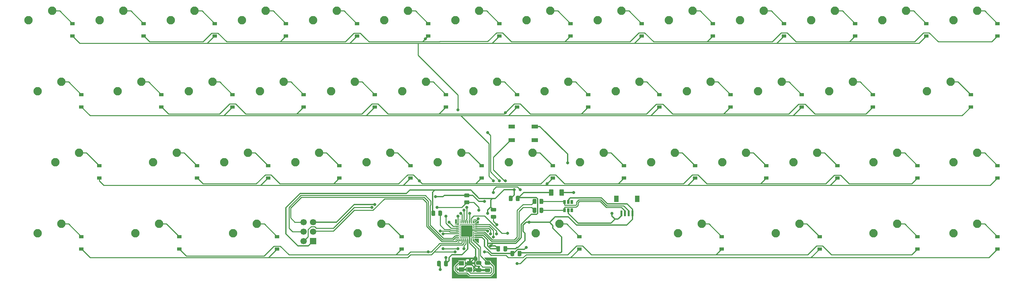
<source format=gbl>
G04 #@! TF.GenerationSoftware,KiCad,Pcbnew,5.1.10*
G04 #@! TF.CreationDate,2021-06-15T23:35:37+09:00*
G04 #@! TF.ProjectId,bakeneko40,62616b65-6e65-46b6-9f34-302e6b696361,rev?*
G04 #@! TF.SameCoordinates,Original*
G04 #@! TF.FileFunction,Copper,L2,Bot*
G04 #@! TF.FilePolarity,Positive*
%FSLAX46Y46*%
G04 Gerber Fmt 4.6, Leading zero omitted, Abs format (unit mm)*
G04 Created by KiCad (PCBNEW 5.1.10) date 2021-06-15 23:35:37*
%MOMM*%
%LPD*%
G01*
G04 APERTURE LIST*
G04 #@! TA.AperFunction,SMDPad,CuDef*
%ADD10R,3.100000X3.100000*%
G04 #@! TD*
G04 #@! TA.AperFunction,ComponentPad*
%ADD11C,2.250000*%
G04 #@! TD*
G04 #@! TA.AperFunction,SMDPad,CuDef*
%ADD12R,1.400000X1.200000*%
G04 #@! TD*
G04 #@! TA.AperFunction,SMDPad,CuDef*
%ADD13R,0.650000X1.060000*%
G04 #@! TD*
G04 #@! TA.AperFunction,SMDPad,CuDef*
%ADD14R,1.800000X1.100000*%
G04 #@! TD*
G04 #@! TA.AperFunction,ComponentPad*
%ADD15R,1.700000X1.700000*%
G04 #@! TD*
G04 #@! TA.AperFunction,ComponentPad*
%ADD16C,1.700000*%
G04 #@! TD*
G04 #@! TA.AperFunction,SMDPad,CuDef*
%ADD17R,0.600000X1.550000*%
G04 #@! TD*
G04 #@! TA.AperFunction,SMDPad,CuDef*
%ADD18R,1.200000X1.800000*%
G04 #@! TD*
G04 #@! TA.AperFunction,SMDPad,CuDef*
%ADD19R,1.200000X0.900000*%
G04 #@! TD*
G04 #@! TA.AperFunction,ViaPad*
%ADD20C,0.800000*%
G04 #@! TD*
G04 #@! TA.AperFunction,Conductor*
%ADD21C,0.299720*%
G04 #@! TD*
G04 #@! TA.AperFunction,Conductor*
%ADD22C,0.254000*%
G04 #@! TD*
G04 #@! TA.AperFunction,Conductor*
%ADD23C,0.030000*%
G04 #@! TD*
G04 #@! TA.AperFunction,Conductor*
%ADD24C,0.100000*%
G04 #@! TD*
G04 #@! TA.AperFunction,NonConductor*
%ADD25C,0.025400*%
G04 #@! TD*
G04 #@! TA.AperFunction,NonConductor*
%ADD26C,0.100000*%
G04 #@! TD*
G04 APERTURE END LIST*
D10*
G04 #@! TO.P,U1,33*
G04 #@! TO.N,GND*
X138875800Y-111092180D03*
G04 #@! TO.P,U1,32*
G04 #@! TO.N,+5V*
G04 #@! TA.AperFunction,SMDPad,CuDef*
G36*
G01*
X141688300Y-112967180D02*
X140938300Y-112967180D01*
G75*
G02*
X140875800Y-112904680I0J62500D01*
G01*
X140875800Y-112779680D01*
G75*
G02*
X140938300Y-112717180I62500J0D01*
G01*
X141688300Y-112717180D01*
G75*
G02*
X141750800Y-112779680I0J-62500D01*
G01*
X141750800Y-112904680D01*
G75*
G02*
X141688300Y-112967180I-62500J0D01*
G01*
G37*
G04 #@! TD.AperFunction*
G04 #@! TO.P,U1,31*
G04 #@! TA.AperFunction,SMDPad,CuDef*
G36*
G01*
X141688300Y-112467180D02*
X140938300Y-112467180D01*
G75*
G02*
X140875800Y-112404680I0J62500D01*
G01*
X140875800Y-112279680D01*
G75*
G02*
X140938300Y-112217180I62500J0D01*
G01*
X141688300Y-112217180D01*
G75*
G02*
X141750800Y-112279680I0J-62500D01*
G01*
X141750800Y-112404680D01*
G75*
G02*
X141688300Y-112467180I-62500J0D01*
G01*
G37*
G04 #@! TD.AperFunction*
G04 #@! TO.P,U1,30*
G04 #@! TO.N,Net-(R3-Pad1)*
G04 #@! TA.AperFunction,SMDPad,CuDef*
G36*
G01*
X141688300Y-111967180D02*
X140938300Y-111967180D01*
G75*
G02*
X140875800Y-111904680I0J62500D01*
G01*
X140875800Y-111779680D01*
G75*
G02*
X140938300Y-111717180I62500J0D01*
G01*
X141688300Y-111717180D01*
G75*
G02*
X141750800Y-111779680I0J-62500D01*
G01*
X141750800Y-111904680D01*
G75*
G02*
X141688300Y-111967180I-62500J0D01*
G01*
G37*
G04 #@! TD.AperFunction*
G04 #@! TO.P,U1,29*
G04 #@! TO.N,Net-(R2-Pad1)*
G04 #@! TA.AperFunction,SMDPad,CuDef*
G36*
G01*
X141688300Y-111467180D02*
X140938300Y-111467180D01*
G75*
G02*
X140875800Y-111404680I0J62500D01*
G01*
X140875800Y-111279680D01*
G75*
G02*
X140938300Y-111217180I62500J0D01*
G01*
X141688300Y-111217180D01*
G75*
G02*
X141750800Y-111279680I0J-62500D01*
G01*
X141750800Y-111404680D01*
G75*
G02*
X141688300Y-111467180I-62500J0D01*
G01*
G37*
G04 #@! TD.AperFunction*
G04 #@! TO.P,U1,28*
G04 #@! TO.N,GND*
G04 #@! TA.AperFunction,SMDPad,CuDef*
G36*
G01*
X141688300Y-110967180D02*
X140938300Y-110967180D01*
G75*
G02*
X140875800Y-110904680I0J62500D01*
G01*
X140875800Y-110779680D01*
G75*
G02*
X140938300Y-110717180I62500J0D01*
G01*
X141688300Y-110717180D01*
G75*
G02*
X141750800Y-110779680I0J-62500D01*
G01*
X141750800Y-110904680D01*
G75*
G02*
X141688300Y-110967180I-62500J0D01*
G01*
G37*
G04 #@! TD.AperFunction*
G04 #@! TO.P,U1,27*
G04 #@! TO.N,Net-(C1-Pad1)*
G04 #@! TA.AperFunction,SMDPad,CuDef*
G36*
G01*
X141688300Y-110467180D02*
X140938300Y-110467180D01*
G75*
G02*
X140875800Y-110404680I0J62500D01*
G01*
X140875800Y-110279680D01*
G75*
G02*
X140938300Y-110217180I62500J0D01*
G01*
X141688300Y-110217180D01*
G75*
G02*
X141750800Y-110279680I0J-62500D01*
G01*
X141750800Y-110404680D01*
G75*
G02*
X141688300Y-110467180I-62500J0D01*
G01*
G37*
G04 #@! TD.AperFunction*
G04 #@! TO.P,U1,26*
G04 #@! TO.N,COL6*
G04 #@! TA.AperFunction,SMDPad,CuDef*
G36*
G01*
X141688300Y-109967180D02*
X140938300Y-109967180D01*
G75*
G02*
X140875800Y-109904680I0J62500D01*
G01*
X140875800Y-109779680D01*
G75*
G02*
X140938300Y-109717180I62500J0D01*
G01*
X141688300Y-109717180D01*
G75*
G02*
X141750800Y-109779680I0J-62500D01*
G01*
X141750800Y-109904680D01*
G75*
G02*
X141688300Y-109967180I-62500J0D01*
G01*
G37*
G04 #@! TD.AperFunction*
G04 #@! TO.P,U1,25*
G04 #@! TO.N,COL5*
G04 #@! TA.AperFunction,SMDPad,CuDef*
G36*
G01*
X141688300Y-109467180D02*
X140938300Y-109467180D01*
G75*
G02*
X140875800Y-109404680I0J62500D01*
G01*
X140875800Y-109279680D01*
G75*
G02*
X140938300Y-109217180I62500J0D01*
G01*
X141688300Y-109217180D01*
G75*
G02*
X141750800Y-109279680I0J-62500D01*
G01*
X141750800Y-109404680D01*
G75*
G02*
X141688300Y-109467180I-62500J0D01*
G01*
G37*
G04 #@! TD.AperFunction*
G04 #@! TO.P,U1,24*
G04 #@! TO.N,Net-(J2-Pad5)*
G04 #@! TA.AperFunction,SMDPad,CuDef*
G36*
G01*
X140688300Y-109092180D02*
X140563300Y-109092180D01*
G75*
G02*
X140500800Y-109029680I0J62500D01*
G01*
X140500800Y-108279680D01*
G75*
G02*
X140563300Y-108217180I62500J0D01*
G01*
X140688300Y-108217180D01*
G75*
G02*
X140750800Y-108279680I0J-62500D01*
G01*
X140750800Y-109029680D01*
G75*
G02*
X140688300Y-109092180I-62500J0D01*
G01*
G37*
G04 #@! TD.AperFunction*
G04 #@! TO.P,U1,23*
G04 #@! TO.N,COL4*
G04 #@! TA.AperFunction,SMDPad,CuDef*
G36*
G01*
X140188300Y-109092180D02*
X140063300Y-109092180D01*
G75*
G02*
X140000800Y-109029680I0J62500D01*
G01*
X140000800Y-108279680D01*
G75*
G02*
X140063300Y-108217180I62500J0D01*
G01*
X140188300Y-108217180D01*
G75*
G02*
X140250800Y-108279680I0J-62500D01*
G01*
X140250800Y-109029680D01*
G75*
G02*
X140188300Y-109092180I-62500J0D01*
G01*
G37*
G04 #@! TD.AperFunction*
G04 #@! TO.P,U1,22*
G04 #@! TO.N,ROW5*
G04 #@! TA.AperFunction,SMDPad,CuDef*
G36*
G01*
X139688300Y-109092180D02*
X139563300Y-109092180D01*
G75*
G02*
X139500800Y-109029680I0J62500D01*
G01*
X139500800Y-108279680D01*
G75*
G02*
X139563300Y-108217180I62500J0D01*
G01*
X139688300Y-108217180D01*
G75*
G02*
X139750800Y-108279680I0J-62500D01*
G01*
X139750800Y-109029680D01*
G75*
G02*
X139688300Y-109092180I-62500J0D01*
G01*
G37*
G04 #@! TD.AperFunction*
G04 #@! TO.P,U1,21*
G04 #@! TO.N,Net-(U1-Pad21)*
G04 #@! TA.AperFunction,SMDPad,CuDef*
G36*
G01*
X139188300Y-109092180D02*
X139063300Y-109092180D01*
G75*
G02*
X139000800Y-109029680I0J62500D01*
G01*
X139000800Y-108279680D01*
G75*
G02*
X139063300Y-108217180I62500J0D01*
G01*
X139188300Y-108217180D01*
G75*
G02*
X139250800Y-108279680I0J-62500D01*
G01*
X139250800Y-109029680D01*
G75*
G02*
X139188300Y-109092180I-62500J0D01*
G01*
G37*
G04 #@! TD.AperFunction*
G04 #@! TO.P,U1,20*
G04 #@! TO.N,ROW4*
G04 #@! TA.AperFunction,SMDPad,CuDef*
G36*
G01*
X138688300Y-109092180D02*
X138563300Y-109092180D01*
G75*
G02*
X138500800Y-109029680I0J62500D01*
G01*
X138500800Y-108279680D01*
G75*
G02*
X138563300Y-108217180I62500J0D01*
G01*
X138688300Y-108217180D01*
G75*
G02*
X138750800Y-108279680I0J-62500D01*
G01*
X138750800Y-109029680D01*
G75*
G02*
X138688300Y-109092180I-62500J0D01*
G01*
G37*
G04 #@! TD.AperFunction*
G04 #@! TO.P,U1,19*
G04 #@! TO.N,ROW3*
G04 #@! TA.AperFunction,SMDPad,CuDef*
G36*
G01*
X138188300Y-109092180D02*
X138063300Y-109092180D01*
G75*
G02*
X138000800Y-109029680I0J62500D01*
G01*
X138000800Y-108279680D01*
G75*
G02*
X138063300Y-108217180I62500J0D01*
G01*
X138188300Y-108217180D01*
G75*
G02*
X138250800Y-108279680I0J-62500D01*
G01*
X138250800Y-109029680D01*
G75*
G02*
X138188300Y-109092180I-62500J0D01*
G01*
G37*
G04 #@! TD.AperFunction*
G04 #@! TO.P,U1,18*
G04 #@! TO.N,ROW1*
G04 #@! TA.AperFunction,SMDPad,CuDef*
G36*
G01*
X137688300Y-109092180D02*
X137563300Y-109092180D01*
G75*
G02*
X137500800Y-109029680I0J62500D01*
G01*
X137500800Y-108279680D01*
G75*
G02*
X137563300Y-108217180I62500J0D01*
G01*
X137688300Y-108217180D01*
G75*
G02*
X137750800Y-108279680I0J-62500D01*
G01*
X137750800Y-109029680D01*
G75*
G02*
X137688300Y-109092180I-62500J0D01*
G01*
G37*
G04 #@! TD.AperFunction*
G04 #@! TO.P,U1,17*
G04 #@! TO.N,Net-(U1-Pad17)*
G04 #@! TA.AperFunction,SMDPad,CuDef*
G36*
G01*
X137188300Y-109092180D02*
X137063300Y-109092180D01*
G75*
G02*
X137000800Y-109029680I0J62500D01*
G01*
X137000800Y-108279680D01*
G75*
G02*
X137063300Y-108217180I62500J0D01*
G01*
X137188300Y-108217180D01*
G75*
G02*
X137250800Y-108279680I0J-62500D01*
G01*
X137250800Y-109029680D01*
G75*
G02*
X137188300Y-109092180I-62500J0D01*
G01*
G37*
G04 #@! TD.AperFunction*
G04 #@! TO.P,U1,16*
G04 #@! TO.N,ROW2*
G04 #@! TA.AperFunction,SMDPad,CuDef*
G36*
G01*
X136813300Y-109467180D02*
X136063300Y-109467180D01*
G75*
G02*
X136000800Y-109404680I0J62500D01*
G01*
X136000800Y-109279680D01*
G75*
G02*
X136063300Y-109217180I62500J0D01*
G01*
X136813300Y-109217180D01*
G75*
G02*
X136875800Y-109279680I0J-62500D01*
G01*
X136875800Y-109404680D01*
G75*
G02*
X136813300Y-109467180I-62500J0D01*
G01*
G37*
G04 #@! TD.AperFunction*
G04 #@! TO.P,U1,15*
G04 #@! TO.N,ROW6*
G04 #@! TA.AperFunction,SMDPad,CuDef*
G36*
G01*
X136813300Y-109967180D02*
X136063300Y-109967180D01*
G75*
G02*
X136000800Y-109904680I0J62500D01*
G01*
X136000800Y-109779680D01*
G75*
G02*
X136063300Y-109717180I62500J0D01*
G01*
X136813300Y-109717180D01*
G75*
G02*
X136875800Y-109779680I0J-62500D01*
G01*
X136875800Y-109904680D01*
G75*
G02*
X136813300Y-109967180I-62500J0D01*
G01*
G37*
G04 #@! TD.AperFunction*
G04 #@! TO.P,U1,14*
G04 #@! TO.N,COL3*
G04 #@! TA.AperFunction,SMDPad,CuDef*
G36*
G01*
X136813300Y-110467180D02*
X136063300Y-110467180D01*
G75*
G02*
X136000800Y-110404680I0J62500D01*
G01*
X136000800Y-110279680D01*
G75*
G02*
X136063300Y-110217180I62500J0D01*
G01*
X136813300Y-110217180D01*
G75*
G02*
X136875800Y-110279680I0J-62500D01*
G01*
X136875800Y-110404680D01*
G75*
G02*
X136813300Y-110467180I-62500J0D01*
G01*
G37*
G04 #@! TD.AperFunction*
G04 #@! TO.P,U1,13*
G04 #@! TO.N,Net-(R1-Pad2)*
G04 #@! TA.AperFunction,SMDPad,CuDef*
G36*
G01*
X136813300Y-110967180D02*
X136063300Y-110967180D01*
G75*
G02*
X136000800Y-110904680I0J62500D01*
G01*
X136000800Y-110779680D01*
G75*
G02*
X136063300Y-110717180I62500J0D01*
G01*
X136813300Y-110717180D01*
G75*
G02*
X136875800Y-110779680I0J-62500D01*
G01*
X136875800Y-110904680D01*
G75*
G02*
X136813300Y-110967180I-62500J0D01*
G01*
G37*
G04 #@! TD.AperFunction*
G04 #@! TO.P,U1,12*
G04 #@! TO.N,COL2*
G04 #@! TA.AperFunction,SMDPad,CuDef*
G36*
G01*
X136813300Y-111467180D02*
X136063300Y-111467180D01*
G75*
G02*
X136000800Y-111404680I0J62500D01*
G01*
X136000800Y-111279680D01*
G75*
G02*
X136063300Y-111217180I62500J0D01*
G01*
X136813300Y-111217180D01*
G75*
G02*
X136875800Y-111279680I0J-62500D01*
G01*
X136875800Y-111404680D01*
G75*
G02*
X136813300Y-111467180I-62500J0D01*
G01*
G37*
G04 #@! TD.AperFunction*
G04 #@! TO.P,U1,11*
G04 #@! TO.N,COL1*
G04 #@! TA.AperFunction,SMDPad,CuDef*
G36*
G01*
X136813300Y-111967180D02*
X136063300Y-111967180D01*
G75*
G02*
X136000800Y-111904680I0J62500D01*
G01*
X136000800Y-111779680D01*
G75*
G02*
X136063300Y-111717180I62500J0D01*
G01*
X136813300Y-111717180D01*
G75*
G02*
X136875800Y-111779680I0J-62500D01*
G01*
X136875800Y-111904680D01*
G75*
G02*
X136813300Y-111967180I-62500J0D01*
G01*
G37*
G04 #@! TD.AperFunction*
G04 #@! TO.P,U1,10*
G04 #@! TO.N,SCK*
G04 #@! TA.AperFunction,SMDPad,CuDef*
G36*
G01*
X136813300Y-112467180D02*
X136063300Y-112467180D01*
G75*
G02*
X136000800Y-112404680I0J62500D01*
G01*
X136000800Y-112279680D01*
G75*
G02*
X136063300Y-112217180I62500J0D01*
G01*
X136813300Y-112217180D01*
G75*
G02*
X136875800Y-112279680I0J-62500D01*
G01*
X136875800Y-112404680D01*
G75*
G02*
X136813300Y-112467180I-62500J0D01*
G01*
G37*
G04 #@! TD.AperFunction*
G04 #@! TO.P,U1,9*
G04 #@! TO.N,MISO*
G04 #@! TA.AperFunction,SMDPad,CuDef*
G36*
G01*
X136813300Y-112967180D02*
X136063300Y-112967180D01*
G75*
G02*
X136000800Y-112904680I0J62500D01*
G01*
X136000800Y-112779680D01*
G75*
G02*
X136063300Y-112717180I62500J0D01*
G01*
X136813300Y-112717180D01*
G75*
G02*
X136875800Y-112779680I0J-62500D01*
G01*
X136875800Y-112904680D01*
G75*
G02*
X136813300Y-112967180I-62500J0D01*
G01*
G37*
G04 #@! TD.AperFunction*
G04 #@! TO.P,U1,8*
G04 #@! TO.N,MOSI*
G04 #@! TA.AperFunction,SMDPad,CuDef*
G36*
G01*
X137188300Y-113967180D02*
X137063300Y-113967180D01*
G75*
G02*
X137000800Y-113904680I0J62500D01*
G01*
X137000800Y-113154680D01*
G75*
G02*
X137063300Y-113092180I62500J0D01*
G01*
X137188300Y-113092180D01*
G75*
G02*
X137250800Y-113154680I0J-62500D01*
G01*
X137250800Y-113904680D01*
G75*
G02*
X137188300Y-113967180I-62500J0D01*
G01*
G37*
G04 #@! TD.AperFunction*
G04 #@! TO.P,U1,7*
G04 #@! TO.N,ROW8*
G04 #@! TA.AperFunction,SMDPad,CuDef*
G36*
G01*
X137688300Y-113967180D02*
X137563300Y-113967180D01*
G75*
G02*
X137500800Y-113904680I0J62500D01*
G01*
X137500800Y-113154680D01*
G75*
G02*
X137563300Y-113092180I62500J0D01*
G01*
X137688300Y-113092180D01*
G75*
G02*
X137750800Y-113154680I0J-62500D01*
G01*
X137750800Y-113904680D01*
G75*
G02*
X137688300Y-113967180I-62500J0D01*
G01*
G37*
G04 #@! TD.AperFunction*
G04 #@! TO.P,U1,6*
G04 #@! TO.N,ROW7*
G04 #@! TA.AperFunction,SMDPad,CuDef*
G36*
G01*
X138188300Y-113967180D02*
X138063300Y-113967180D01*
G75*
G02*
X138000800Y-113904680I0J62500D01*
G01*
X138000800Y-113154680D01*
G75*
G02*
X138063300Y-113092180I62500J0D01*
G01*
X138188300Y-113092180D01*
G75*
G02*
X138250800Y-113154680I0J-62500D01*
G01*
X138250800Y-113904680D01*
G75*
G02*
X138188300Y-113967180I-62500J0D01*
G01*
G37*
G04 #@! TD.AperFunction*
G04 #@! TO.P,U1,5*
G04 #@! TO.N,COL7*
G04 #@! TA.AperFunction,SMDPad,CuDef*
G36*
G01*
X138688300Y-113967180D02*
X138563300Y-113967180D01*
G75*
G02*
X138500800Y-113904680I0J62500D01*
G01*
X138500800Y-113154680D01*
G75*
G02*
X138563300Y-113092180I62500J0D01*
G01*
X138688300Y-113092180D01*
G75*
G02*
X138750800Y-113154680I0J-62500D01*
G01*
X138750800Y-113904680D01*
G75*
G02*
X138688300Y-113967180I-62500J0D01*
G01*
G37*
G04 #@! TD.AperFunction*
G04 #@! TO.P,U1,4*
G04 #@! TO.N,+5V*
G04 #@! TA.AperFunction,SMDPad,CuDef*
G36*
G01*
X139188300Y-113967180D02*
X139063300Y-113967180D01*
G75*
G02*
X139000800Y-113904680I0J62500D01*
G01*
X139000800Y-113154680D01*
G75*
G02*
X139063300Y-113092180I62500J0D01*
G01*
X139188300Y-113092180D01*
G75*
G02*
X139250800Y-113154680I0J-62500D01*
G01*
X139250800Y-113904680D01*
G75*
G02*
X139188300Y-113967180I-62500J0D01*
G01*
G37*
G04 #@! TD.AperFunction*
G04 #@! TO.P,U1,3*
G04 #@! TO.N,GND*
G04 #@! TA.AperFunction,SMDPad,CuDef*
G36*
G01*
X139688300Y-113967180D02*
X139563300Y-113967180D01*
G75*
G02*
X139500800Y-113904680I0J62500D01*
G01*
X139500800Y-113154680D01*
G75*
G02*
X139563300Y-113092180I62500J0D01*
G01*
X139688300Y-113092180D01*
G75*
G02*
X139750800Y-113154680I0J-62500D01*
G01*
X139750800Y-113904680D01*
G75*
G02*
X139688300Y-113967180I-62500J0D01*
G01*
G37*
G04 #@! TD.AperFunction*
G04 #@! TO.P,U1,2*
G04 #@! TO.N,Net-(C7-Pad1)*
G04 #@! TA.AperFunction,SMDPad,CuDef*
G36*
G01*
X140188300Y-113967180D02*
X140063300Y-113967180D01*
G75*
G02*
X140000800Y-113904680I0J62500D01*
G01*
X140000800Y-113154680D01*
G75*
G02*
X140063300Y-113092180I62500J0D01*
G01*
X140188300Y-113092180D01*
G75*
G02*
X140250800Y-113154680I0J-62500D01*
G01*
X140250800Y-113904680D01*
G75*
G02*
X140188300Y-113967180I-62500J0D01*
G01*
G37*
G04 #@! TD.AperFunction*
G04 #@! TO.P,U1,1*
G04 #@! TO.N,Net-(C6-Pad1)*
G04 #@! TA.AperFunction,SMDPad,CuDef*
G36*
G01*
X140688300Y-113967180D02*
X140563300Y-113967180D01*
G75*
G02*
X140500800Y-113904680I0J62500D01*
G01*
X140500800Y-113154680D01*
G75*
G02*
X140563300Y-113092180I62500J0D01*
G01*
X140688300Y-113092180D01*
G75*
G02*
X140750800Y-113154680I0J-62500D01*
G01*
X140750800Y-113904680D01*
G75*
G02*
X140688300Y-113967180I-62500J0D01*
G01*
G37*
G04 #@! TD.AperFunction*
G04 #@! TD*
D11*
G04 #@! TO.P,MX45,2*
G04 #@! TO.N,Net-(D45-Pad2)*
X163671250Y-109220000D03*
G04 #@! TO.P,MX45,1*
G04 #@! TO.N,COL4*
X157321250Y-111760000D03*
G04 #@! TD*
G04 #@! TO.P,MX44,2*
G04 #@! TO.N,Net-(D44-Pad2)*
X116046250Y-109220000D03*
G04 #@! TO.P,MX44,1*
G04 #@! TO.N,COL3*
X109696250Y-111760000D03*
G04 #@! TD*
G04 #@! TO.P,MX32,2*
G04 #@! TO.N,Net-(D32-Pad2)*
X118427500Y-90170000D03*
G04 #@! TO.P,MX32,1*
G04 #@! TO.N,COL3*
X112077500Y-92710000D03*
G04 #@! TD*
G04 #@! TO.P,MX41,2*
G04 #@! TO.N,Net-(D41-Pad2)*
X30321250Y-109220000D03*
G04 #@! TO.P,MX41,1*
G04 #@! TO.N,COL1*
X23971250Y-111760000D03*
G04 #@! TD*
G04 #@! TO.P,MX49,2*
G04 #@! TO.N,Net-(D49-Pad2)*
X275590000Y-109220000D03*
G04 #@! TO.P,MX49,1*
G04 #@! TO.N,COL7*
X269240000Y-111760000D03*
G04 #@! TD*
G04 #@! TO.P,MX21,2*
G04 #@! TO.N,Net-(D21-Pad2)*
X147002500Y-71120000D03*
G04 #@! TO.P,MX21,1*
G04 #@! TO.N,COL4*
X140652500Y-73660000D03*
G04 #@! TD*
G04 #@! TO.P,MX35,2*
G04 #@! TO.N,Net-(D35-Pad2)*
X175577500Y-90170000D03*
G04 #@! TO.P,MX35,1*
G04 #@! TO.N,COL4*
X169227500Y-92710000D03*
G04 #@! TD*
G04 #@! TO.P,MX14,2*
G04 #@! TO.N,Net-(D14-Pad2)*
X275590000Y-52070000D03*
G04 #@! TO.P,MX14,1*
G04 #@! TO.N,COL7*
X269240000Y-54610000D03*
G04 #@! TD*
G04 #@! TO.P,MX3,2*
G04 #@! TO.N,Net-(D3-Pad2)*
X66040000Y-52070000D03*
G04 #@! TO.P,MX3,1*
G04 #@! TO.N,COL2*
X59690000Y-54610000D03*
G04 #@! TD*
G04 #@! TO.P,MX30,2*
G04 #@! TO.N,Net-(D30-Pad2)*
X80327500Y-90170000D03*
G04 #@! TO.P,MX30,1*
G04 #@! TO.N,COL2*
X73977500Y-92710000D03*
G04 #@! TD*
G04 #@! TO.P,MX42,2*
G04 #@! TO.N,Net-(D42-Pad2)*
X56515000Y-109220000D03*
G04 #@! TO.P,MX42,1*
G04 #@! TO.N,COL1*
X50165000Y-111760000D03*
G04 #@! TD*
D12*
G04 #@! TO.P,Y1,4*
G04 #@! TO.N,GND*
X137500000Y-121430077D03*
G04 #@! TO.P,Y1,3*
G04 #@! TO.N,Net-(C7-Pad1)*
X139700000Y-121430077D03*
G04 #@! TO.P,Y1,2*
G04 #@! TO.N,GND*
X139700000Y-119730077D03*
G04 #@! TO.P,Y1,1*
G04 #@! TO.N,Net-(C6-Pad1)*
X137500000Y-119730077D03*
G04 #@! TD*
D13*
G04 #@! TO.P,U2,5*
G04 #@! TO.N,VBUS*
X166049999Y-105534811D03*
G04 #@! TO.P,U2,6*
G04 #@! TO.N,D-*
X165099999Y-105534811D03*
G04 #@! TO.P,U2,4*
G04 #@! TO.N,Net-(U2-Pad4)*
X166999999Y-105534811D03*
G04 #@! TO.P,U2,3*
G04 #@! TO.N,Net-(U2-Pad3)*
X166999999Y-103334811D03*
G04 #@! TO.P,U2,2*
G04 #@! TO.N,GND*
X166049999Y-103334811D03*
G04 #@! TO.P,U2,1*
G04 #@! TO.N,D+*
X165099999Y-103334811D03*
G04 #@! TD*
D14*
G04 #@! TO.P,SW1,4*
G04 #@! TO.N,N/C*
X150887500Y-83081250D03*
G04 #@! TO.P,SW1,3*
X157087500Y-86781250D03*
G04 #@! TO.P,SW1,2*
G04 #@! TO.N,Net-(J2-Pad5)*
X150887500Y-86781250D03*
G04 #@! TO.P,SW1,1*
G04 #@! TO.N,GND*
X157087500Y-83081250D03*
G04 #@! TD*
G04 #@! TO.P,R4,2*
G04 #@! TO.N,Net-(J2-Pad5)*
G04 #@! TA.AperFunction,SMDPad,CuDef*
G36*
G01*
X138456249Y-102912500D02*
X139356251Y-102912500D01*
G75*
G02*
X139606250Y-103162499I0J-249999D01*
G01*
X139606250Y-103687501D01*
G75*
G02*
X139356251Y-103937500I-249999J0D01*
G01*
X138456249Y-103937500D01*
G75*
G02*
X138206250Y-103687501I0J249999D01*
G01*
X138206250Y-103162499D01*
G75*
G02*
X138456249Y-102912500I249999J0D01*
G01*
G37*
G04 #@! TD.AperFunction*
G04 #@! TO.P,R4,1*
G04 #@! TO.N,+5V*
G04 #@! TA.AperFunction,SMDPad,CuDef*
G36*
G01*
X138456249Y-101087500D02*
X139356251Y-101087500D01*
G75*
G02*
X139606250Y-101337499I0J-249999D01*
G01*
X139606250Y-101862501D01*
G75*
G02*
X139356251Y-102112500I-249999J0D01*
G01*
X138456249Y-102112500D01*
G75*
G02*
X138206250Y-101862501I0J249999D01*
G01*
X138206250Y-101337499D01*
G75*
G02*
X138456249Y-101087500I249999J0D01*
G01*
G37*
G04 #@! TD.AperFunction*
G04 #@! TD*
G04 #@! TO.P,R3,2*
G04 #@! TO.N,D-*
G04 #@! TA.AperFunction,SMDPad,CuDef*
G36*
G01*
X158356250Y-106018751D02*
X158356250Y-105118749D01*
G75*
G02*
X158606249Y-104868750I249999J0D01*
G01*
X159131251Y-104868750D01*
G75*
G02*
X159381250Y-105118749I0J-249999D01*
G01*
X159381250Y-106018751D01*
G75*
G02*
X159131251Y-106268750I-249999J0D01*
G01*
X158606249Y-106268750D01*
G75*
G02*
X158356250Y-106018751I0J249999D01*
G01*
G37*
G04 #@! TD.AperFunction*
G04 #@! TO.P,R3,1*
G04 #@! TO.N,Net-(R3-Pad1)*
G04 #@! TA.AperFunction,SMDPad,CuDef*
G36*
G01*
X156531250Y-106018751D02*
X156531250Y-105118749D01*
G75*
G02*
X156781249Y-104868750I249999J0D01*
G01*
X157306251Y-104868750D01*
G75*
G02*
X157556250Y-105118749I0J-249999D01*
G01*
X157556250Y-106018751D01*
G75*
G02*
X157306251Y-106268750I-249999J0D01*
G01*
X156781249Y-106268750D01*
G75*
G02*
X156531250Y-106018751I0J249999D01*
G01*
G37*
G04 #@! TD.AperFunction*
G04 #@! TD*
G04 #@! TO.P,R2,2*
G04 #@! TO.N,D+*
G04 #@! TA.AperFunction,SMDPad,CuDef*
G36*
G01*
X158356250Y-103637501D02*
X158356250Y-102737499D01*
G75*
G02*
X158606249Y-102487500I249999J0D01*
G01*
X159131251Y-102487500D01*
G75*
G02*
X159381250Y-102737499I0J-249999D01*
G01*
X159381250Y-103637501D01*
G75*
G02*
X159131251Y-103887500I-249999J0D01*
G01*
X158606249Y-103887500D01*
G75*
G02*
X158356250Y-103637501I0J249999D01*
G01*
G37*
G04 #@! TD.AperFunction*
G04 #@! TO.P,R2,1*
G04 #@! TO.N,Net-(R2-Pad1)*
G04 #@! TA.AperFunction,SMDPad,CuDef*
G36*
G01*
X156531250Y-103637501D02*
X156531250Y-102737499D01*
G75*
G02*
X156781249Y-102487500I249999J0D01*
G01*
X157306251Y-102487500D01*
G75*
G02*
X157556250Y-102737499I0J-249999D01*
G01*
X157556250Y-103637501D01*
G75*
G02*
X157306251Y-103887500I-249999J0D01*
G01*
X156781249Y-103887500D01*
G75*
G02*
X156531250Y-103637501I0J249999D01*
G01*
G37*
G04 #@! TD.AperFunction*
G04 #@! TD*
G04 #@! TO.P,R1,2*
G04 #@! TO.N,Net-(R1-Pad2)*
G04 #@! TA.AperFunction,SMDPad,CuDef*
G36*
G01*
X131250000Y-106812501D02*
X131250000Y-105912499D01*
G75*
G02*
X131499999Y-105662500I249999J0D01*
G01*
X132025001Y-105662500D01*
G75*
G02*
X132275000Y-105912499I0J-249999D01*
G01*
X132275000Y-106812501D01*
G75*
G02*
X132025001Y-107062500I-249999J0D01*
G01*
X131499999Y-107062500D01*
G75*
G02*
X131250000Y-106812501I0J249999D01*
G01*
G37*
G04 #@! TD.AperFunction*
G04 #@! TO.P,R1,1*
G04 #@! TO.N,GND*
G04 #@! TA.AperFunction,SMDPad,CuDef*
G36*
G01*
X129425000Y-106812501D02*
X129425000Y-105912499D01*
G75*
G02*
X129674999Y-105662500I249999J0D01*
G01*
X130200001Y-105662500D01*
G75*
G02*
X130450000Y-105912499I0J-249999D01*
G01*
X130450000Y-106812501D01*
G75*
G02*
X130200001Y-107062500I-249999J0D01*
G01*
X129674999Y-107062500D01*
G75*
G02*
X129425000Y-106812501I0J249999D01*
G01*
G37*
G04 #@! TD.AperFunction*
G04 #@! TD*
D11*
G04 #@! TO.P,MX48,2*
G04 #@! TO.N,Net-(D48-Pad2)*
X254158750Y-109220000D03*
G04 #@! TO.P,MX48,1*
G04 #@! TO.N,COL6*
X247808750Y-111760000D03*
G04 #@! TD*
G04 #@! TO.P,MX47,2*
G04 #@! TO.N,Net-(D47-Pad2)*
X227965000Y-109220000D03*
G04 #@! TO.P,MX47,1*
G04 #@! TO.N,COL6*
X221615000Y-111760000D03*
G04 #@! TD*
G04 #@! TO.P,MX46,2*
G04 #@! TO.N,Net-(D46-Pad2)*
X201771250Y-109220000D03*
G04 #@! TO.P,MX46,1*
G04 #@! TO.N,COL5*
X195421250Y-111760000D03*
G04 #@! TD*
G04 #@! TO.P,MX43,2*
G04 #@! TO.N,Net-(D43-Pad2)*
X82708750Y-109220000D03*
G04 #@! TO.P,MX43,1*
G04 #@! TO.N,COL2*
X76358750Y-111760000D03*
G04 #@! TD*
G04 #@! TO.P,MX40,2*
G04 #@! TO.N,Net-(D40-Pad2)*
X275590000Y-90170000D03*
G04 #@! TO.P,MX40,1*
G04 #@! TO.N,COL7*
X269240000Y-92710000D03*
G04 #@! TD*
G04 #@! TO.P,MX39,2*
G04 #@! TO.N,Net-(D39-Pad2)*
X254158750Y-90170000D03*
G04 #@! TO.P,MX39,1*
G04 #@! TO.N,COL6*
X247808750Y-92710000D03*
G04 #@! TD*
G04 #@! TO.P,MX38,2*
G04 #@! TO.N,Net-(D38-Pad2)*
X232727500Y-90170000D03*
G04 #@! TO.P,MX38,1*
G04 #@! TO.N,COL6*
X226377500Y-92710000D03*
G04 #@! TD*
G04 #@! TO.P,MX37,2*
G04 #@! TO.N,Net-(D37-Pad2)*
X213677500Y-90170000D03*
G04 #@! TO.P,MX37,1*
G04 #@! TO.N,COL5*
X207327500Y-92710000D03*
G04 #@! TD*
G04 #@! TO.P,MX36,2*
G04 #@! TO.N,Net-(D36-Pad2)*
X194627500Y-90170000D03*
G04 #@! TO.P,MX36,1*
G04 #@! TO.N,COL5*
X188277500Y-92710000D03*
G04 #@! TD*
G04 #@! TO.P,MX34,2*
G04 #@! TO.N,Net-(D34-Pad2)*
X156527500Y-90170000D03*
G04 #@! TO.P,MX34,1*
G04 #@! TO.N,COL4*
X150177500Y-92710000D03*
G04 #@! TD*
G04 #@! TO.P,MX33,2*
G04 #@! TO.N,Net-(D33-Pad2)*
X137477500Y-90170000D03*
G04 #@! TO.P,MX33,1*
G04 #@! TO.N,COL3*
X131127500Y-92710000D03*
G04 #@! TD*
G04 #@! TO.P,MX31,2*
G04 #@! TO.N,Net-(D31-Pad2)*
X99377500Y-90170000D03*
G04 #@! TO.P,MX31,1*
G04 #@! TO.N,COL2*
X93027500Y-92710000D03*
G04 #@! TD*
G04 #@! TO.P,MX29,2*
G04 #@! TO.N,Net-(D29-Pad2)*
X61277500Y-90170000D03*
G04 #@! TO.P,MX29,1*
G04 #@! TO.N,COL1*
X54927500Y-92710000D03*
G04 #@! TD*
G04 #@! TO.P,MX28,2*
G04 #@! TO.N,Net-(D28-Pad2)*
X35083750Y-90170000D03*
G04 #@! TO.P,MX28,1*
G04 #@! TO.N,COL1*
X28733750Y-92710000D03*
G04 #@! TD*
G04 #@! TO.P,MX27,2*
G04 #@! TO.N,Net-(D27-Pad2)*
X268446250Y-71120000D03*
G04 #@! TO.P,MX27,1*
G04 #@! TO.N,COL7*
X262096250Y-73660000D03*
G04 #@! TD*
G04 #@! TO.P,MX26,2*
G04 #@! TO.N,Net-(D26-Pad2)*
X242252500Y-71120000D03*
G04 #@! TO.P,MX26,1*
G04 #@! TO.N,COL6*
X235902500Y-73660000D03*
G04 #@! TD*
G04 #@! TO.P,MX25,2*
G04 #@! TO.N,Net-(D25-Pad2)*
X223202500Y-71120000D03*
G04 #@! TO.P,MX25,1*
G04 #@! TO.N,COL6*
X216852500Y-73660000D03*
G04 #@! TD*
G04 #@! TO.P,MX24,2*
G04 #@! TO.N,Net-(D24-Pad2)*
X204152500Y-71120000D03*
G04 #@! TO.P,MX24,1*
G04 #@! TO.N,COL5*
X197802500Y-73660000D03*
G04 #@! TD*
G04 #@! TO.P,MX23,2*
G04 #@! TO.N,Net-(D23-Pad2)*
X185102500Y-71120000D03*
G04 #@! TO.P,MX23,1*
G04 #@! TO.N,COL5*
X178752500Y-73660000D03*
G04 #@! TD*
G04 #@! TO.P,MX22,2*
G04 #@! TO.N,Net-(D22-Pad2)*
X166052500Y-71120000D03*
G04 #@! TO.P,MX22,1*
G04 #@! TO.N,COL4*
X159702500Y-73660000D03*
G04 #@! TD*
G04 #@! TO.P,MX20,2*
G04 #@! TO.N,Net-(D20-Pad2)*
X127952500Y-71120000D03*
G04 #@! TO.P,MX20,1*
G04 #@! TO.N,COL3*
X121602500Y-73660000D03*
G04 #@! TD*
G04 #@! TO.P,MX19,2*
G04 #@! TO.N,Net-(D19-Pad2)*
X108902500Y-71120000D03*
G04 #@! TO.P,MX19,1*
G04 #@! TO.N,COL3*
X102552500Y-73660000D03*
G04 #@! TD*
G04 #@! TO.P,MX18,2*
G04 #@! TO.N,Net-(D18-Pad2)*
X89852500Y-71120000D03*
G04 #@! TO.P,MX18,1*
G04 #@! TO.N,COL2*
X83502500Y-73660000D03*
G04 #@! TD*
G04 #@! TO.P,MX17,2*
G04 #@! TO.N,Net-(D17-Pad2)*
X70802500Y-71120000D03*
G04 #@! TO.P,MX17,1*
G04 #@! TO.N,COL2*
X64452500Y-73660000D03*
G04 #@! TD*
G04 #@! TO.P,MX16,2*
G04 #@! TO.N,Net-(D16-Pad2)*
X51752500Y-71120000D03*
G04 #@! TO.P,MX16,1*
G04 #@! TO.N,COL1*
X45402500Y-73660000D03*
G04 #@! TD*
G04 #@! TO.P,MX15,2*
G04 #@! TO.N,Net-(D15-Pad2)*
X30321250Y-71120000D03*
G04 #@! TO.P,MX15,1*
G04 #@! TO.N,COL1*
X23971250Y-73660000D03*
G04 #@! TD*
G04 #@! TO.P,MX13,2*
G04 #@! TO.N,Net-(D13-Pad2)*
X256540000Y-52070000D03*
G04 #@! TO.P,MX13,1*
G04 #@! TO.N,COL7*
X250190000Y-54610000D03*
G04 #@! TD*
G04 #@! TO.P,MX12,2*
G04 #@! TO.N,Net-(D12-Pad2)*
X237490000Y-52070000D03*
G04 #@! TO.P,MX12,1*
G04 #@! TO.N,COL6*
X231140000Y-54610000D03*
G04 #@! TD*
G04 #@! TO.P,MX11,2*
G04 #@! TO.N,Net-(D11-Pad2)*
X218440000Y-52070000D03*
G04 #@! TO.P,MX11,1*
G04 #@! TO.N,COL6*
X212090000Y-54610000D03*
G04 #@! TD*
G04 #@! TO.P,MX10,2*
G04 #@! TO.N,Net-(D10-Pad2)*
X199390000Y-52070000D03*
G04 #@! TO.P,MX10,1*
G04 #@! TO.N,COL5*
X193040000Y-54610000D03*
G04 #@! TD*
G04 #@! TO.P,MX9,2*
G04 #@! TO.N,Net-(D9-Pad2)*
X180340000Y-52070000D03*
G04 #@! TO.P,MX9,1*
G04 #@! TO.N,COL5*
X173990000Y-54610000D03*
G04 #@! TD*
G04 #@! TO.P,MX8,2*
G04 #@! TO.N,Net-(D8-Pad2)*
X161290000Y-52070000D03*
G04 #@! TO.P,MX8,1*
G04 #@! TO.N,COL4*
X154940000Y-54610000D03*
G04 #@! TD*
G04 #@! TO.P,MX7,2*
G04 #@! TO.N,Net-(D7-Pad2)*
X142240000Y-52070000D03*
G04 #@! TO.P,MX7,1*
G04 #@! TO.N,COL4*
X135890000Y-54610000D03*
G04 #@! TD*
G04 #@! TO.P,MX6,2*
G04 #@! TO.N,Net-(D6-Pad2)*
X123190000Y-52070000D03*
G04 #@! TO.P,MX6,1*
G04 #@! TO.N,COL3*
X116840000Y-54610000D03*
G04 #@! TD*
G04 #@! TO.P,MX5,2*
G04 #@! TO.N,Net-(D5-Pad2)*
X104140000Y-52070000D03*
G04 #@! TO.P,MX5,1*
G04 #@! TO.N,COL3*
X97790000Y-54610000D03*
G04 #@! TD*
G04 #@! TO.P,MX4,2*
G04 #@! TO.N,Net-(D4-Pad2)*
X85090000Y-52070000D03*
G04 #@! TO.P,MX4,1*
G04 #@! TO.N,COL2*
X78740000Y-54610000D03*
G04 #@! TD*
G04 #@! TO.P,MX2,2*
G04 #@! TO.N,Net-(D2-Pad2)*
X46990000Y-52070000D03*
G04 #@! TO.P,MX2,1*
G04 #@! TO.N,COL1*
X40640000Y-54610000D03*
G04 #@! TD*
G04 #@! TO.P,MX1,2*
G04 #@! TO.N,Net-(D1-Pad2)*
X27940000Y-52070000D03*
G04 #@! TO.P,MX1,1*
G04 #@! TO.N,COL1*
X21590000Y-54610000D03*
G04 #@! TD*
D15*
G04 #@! TO.P,J2,6*
G04 #@! TO.N,GND*
X97790000Y-113823750D03*
D16*
G04 #@! TO.P,J2,5*
G04 #@! TO.N,Net-(J2-Pad5)*
X95250000Y-113823750D03*
G04 #@! TO.P,J2,4*
G04 #@! TO.N,MOSI*
X97790000Y-111283750D03*
G04 #@! TO.P,J2,3*
G04 #@! TO.N,SCK*
X95250000Y-111283750D03*
G04 #@! TO.P,J2,2*
G04 #@! TO.N,+5V*
X97790000Y-108743750D03*
G04 #@! TO.P,J2,1*
G04 #@! TO.N,MISO*
X95250000Y-108743750D03*
G04 #@! TD*
D17*
G04 #@! TO.P,J1,3*
G04 #@! TO.N,D+*
X182268750Y-106375000D03*
G04 #@! TO.P,J1,4*
G04 #@! TO.N,GND*
X183268750Y-106375000D03*
G04 #@! TO.P,J1,2*
G04 #@! TO.N,D-*
X181268750Y-106375000D03*
G04 #@! TO.P,J1,1*
G04 #@! TO.N,VBUS*
X180268750Y-106375000D03*
D18*
G04 #@! TO.P,J1,*
G04 #@! TO.N,*
X178968750Y-102500000D03*
X184568750Y-102500000D03*
G04 #@! TD*
G04 #@! TO.P,F1,2*
G04 #@! TO.N,VBUS*
G04 #@! TA.AperFunction,SMDPad,CuDef*
G36*
G01*
X163681250Y-101431250D02*
X163681250Y-100181250D01*
G75*
G02*
X163931250Y-99931250I250000J0D01*
G01*
X164681250Y-99931250D01*
G75*
G02*
X164931250Y-100181250I0J-250000D01*
G01*
X164931250Y-101431250D01*
G75*
G02*
X164681250Y-101681250I-250000J0D01*
G01*
X163931250Y-101681250D01*
G75*
G02*
X163681250Y-101431250I0J250000D01*
G01*
G37*
G04 #@! TD.AperFunction*
G04 #@! TO.P,F1,1*
G04 #@! TO.N,+5V*
G04 #@! TA.AperFunction,SMDPad,CuDef*
G36*
G01*
X160881250Y-101431250D02*
X160881250Y-100181250D01*
G75*
G02*
X161131250Y-99931250I250000J0D01*
G01*
X161881250Y-99931250D01*
G75*
G02*
X162131250Y-100181250I0J-250000D01*
G01*
X162131250Y-101431250D01*
G75*
G02*
X161881250Y-101681250I-250000J0D01*
G01*
X161131250Y-101681250D01*
G75*
G02*
X160881250Y-101431250I0J250000D01*
G01*
G37*
G04 #@! TD.AperFunction*
G04 #@! TD*
D19*
G04 #@! TO.P,D49,2*
G04 #@! TO.N,Net-(D49-Pad2)*
X280987500Y-112650000D03*
G04 #@! TO.P,D49,1*
G04 #@! TO.N,ROW7*
X280987500Y-115950000D03*
G04 #@! TD*
G04 #@! TO.P,D48,2*
G04 #@! TO.N,Net-(D48-Pad2)*
X259556250Y-112650000D03*
G04 #@! TO.P,D48,1*
G04 #@! TO.N,ROW8*
X259556250Y-115950000D03*
G04 #@! TD*
G04 #@! TO.P,D47,2*
G04 #@! TO.N,Net-(D47-Pad2)*
X233362500Y-112650000D03*
G04 #@! TO.P,D47,1*
G04 #@! TO.N,ROW7*
X233362500Y-115950000D03*
G04 #@! TD*
G04 #@! TO.P,D46,2*
G04 #@! TO.N,Net-(D46-Pad2)*
X207168750Y-112650000D03*
G04 #@! TO.P,D46,1*
G04 #@! TO.N,ROW8*
X207168750Y-115950000D03*
G04 #@! TD*
G04 #@! TO.P,D45,2*
G04 #@! TO.N,Net-(D45-Pad2)*
X169068750Y-112650000D03*
G04 #@! TO.P,D45,1*
G04 #@! TO.N,ROW7*
X169068750Y-115950000D03*
G04 #@! TD*
G04 #@! TO.P,D44,2*
G04 #@! TO.N,Net-(D44-Pad2)*
X121443750Y-112650000D03*
G04 #@! TO.P,D44,1*
G04 #@! TO.N,ROW8*
X121443750Y-115950000D03*
G04 #@! TD*
G04 #@! TO.P,D43,2*
G04 #@! TO.N,Net-(D43-Pad2)*
X88106250Y-112650000D03*
G04 #@! TO.P,D43,1*
G04 #@! TO.N,ROW7*
X88106250Y-115950000D03*
G04 #@! TD*
G04 #@! TO.P,D42,2*
G04 #@! TO.N,Net-(D42-Pad2)*
X61912500Y-112650000D03*
G04 #@! TO.P,D42,1*
G04 #@! TO.N,ROW8*
X61912500Y-115950000D03*
G04 #@! TD*
G04 #@! TO.P,D41,2*
G04 #@! TO.N,Net-(D41-Pad2)*
X35718750Y-112650000D03*
G04 #@! TO.P,D41,1*
G04 #@! TO.N,ROW7*
X35718750Y-115950000D03*
G04 #@! TD*
G04 #@! TO.P,D40,2*
G04 #@! TO.N,Net-(D40-Pad2)*
X280987500Y-93600000D03*
G04 #@! TO.P,D40,1*
G04 #@! TO.N,ROW5*
X280987500Y-96900000D03*
G04 #@! TD*
G04 #@! TO.P,D39,2*
G04 #@! TO.N,Net-(D39-Pad2)*
X259556250Y-93600000D03*
G04 #@! TO.P,D39,1*
G04 #@! TO.N,ROW6*
X259556250Y-96900000D03*
G04 #@! TD*
G04 #@! TO.P,D38,2*
G04 #@! TO.N,Net-(D38-Pad2)*
X238125000Y-93600000D03*
G04 #@! TO.P,D38,1*
G04 #@! TO.N,ROW5*
X238125000Y-96900000D03*
G04 #@! TD*
G04 #@! TO.P,D37,2*
G04 #@! TO.N,Net-(D37-Pad2)*
X219075000Y-93600000D03*
G04 #@! TO.P,D37,1*
G04 #@! TO.N,ROW6*
X219075000Y-96900000D03*
G04 #@! TD*
G04 #@! TO.P,D36,2*
G04 #@! TO.N,Net-(D36-Pad2)*
X200025000Y-93600000D03*
G04 #@! TO.P,D36,1*
G04 #@! TO.N,ROW5*
X200025000Y-96900000D03*
G04 #@! TD*
G04 #@! TO.P,D35,2*
G04 #@! TO.N,Net-(D35-Pad2)*
X180975000Y-93600000D03*
G04 #@! TO.P,D35,1*
G04 #@! TO.N,ROW6*
X180975000Y-96900000D03*
G04 #@! TD*
G04 #@! TO.P,D34,2*
G04 #@! TO.N,Net-(D34-Pad2)*
X161925000Y-93600000D03*
G04 #@! TO.P,D34,1*
G04 #@! TO.N,ROW5*
X161925000Y-96900000D03*
G04 #@! TD*
G04 #@! TO.P,D33,2*
G04 #@! TO.N,Net-(D33-Pad2)*
X142875000Y-93600000D03*
G04 #@! TO.P,D33,1*
G04 #@! TO.N,ROW6*
X142875000Y-96900000D03*
G04 #@! TD*
G04 #@! TO.P,D32,2*
G04 #@! TO.N,Net-(D32-Pad2)*
X123825000Y-93600000D03*
G04 #@! TO.P,D32,1*
G04 #@! TO.N,ROW5*
X123825000Y-96900000D03*
G04 #@! TD*
G04 #@! TO.P,D31,2*
G04 #@! TO.N,Net-(D31-Pad2)*
X104775000Y-93600000D03*
G04 #@! TO.P,D31,1*
G04 #@! TO.N,ROW6*
X104775000Y-96900000D03*
G04 #@! TD*
G04 #@! TO.P,D30,2*
G04 #@! TO.N,Net-(D30-Pad2)*
X85725000Y-93600000D03*
G04 #@! TO.P,D30,1*
G04 #@! TO.N,ROW5*
X85725000Y-96900000D03*
G04 #@! TD*
G04 #@! TO.P,D29,2*
G04 #@! TO.N,Net-(D29-Pad2)*
X66675000Y-93600000D03*
G04 #@! TO.P,D29,1*
G04 #@! TO.N,ROW6*
X66675000Y-96900000D03*
G04 #@! TD*
G04 #@! TO.P,D28,2*
G04 #@! TO.N,Net-(D28-Pad2)*
X40481250Y-93600000D03*
G04 #@! TO.P,D28,1*
G04 #@! TO.N,ROW5*
X40481250Y-96900000D03*
G04 #@! TD*
G04 #@! TO.P,D27,2*
G04 #@! TO.N,Net-(D27-Pad2)*
X273843750Y-74550000D03*
G04 #@! TO.P,D27,1*
G04 #@! TO.N,ROW3*
X273843750Y-77850000D03*
G04 #@! TD*
G04 #@! TO.P,D26,2*
G04 #@! TO.N,Net-(D26-Pad2)*
X247650000Y-74550000D03*
G04 #@! TO.P,D26,1*
G04 #@! TO.N,ROW4*
X247650000Y-77850000D03*
G04 #@! TD*
G04 #@! TO.P,D25,2*
G04 #@! TO.N,Net-(D25-Pad2)*
X228600000Y-74550000D03*
G04 #@! TO.P,D25,1*
G04 #@! TO.N,ROW3*
X228600000Y-77850000D03*
G04 #@! TD*
G04 #@! TO.P,D24,2*
G04 #@! TO.N,Net-(D24-Pad2)*
X209550000Y-74550000D03*
G04 #@! TO.P,D24,1*
G04 #@! TO.N,ROW4*
X209550000Y-77850000D03*
G04 #@! TD*
G04 #@! TO.P,D23,2*
G04 #@! TO.N,Net-(D23-Pad2)*
X190500000Y-74550000D03*
G04 #@! TO.P,D23,1*
G04 #@! TO.N,ROW3*
X190500000Y-77850000D03*
G04 #@! TD*
G04 #@! TO.P,D22,2*
G04 #@! TO.N,Net-(D22-Pad2)*
X171450000Y-74550000D03*
G04 #@! TO.P,D22,1*
G04 #@! TO.N,ROW4*
X171450000Y-77850000D03*
G04 #@! TD*
G04 #@! TO.P,D21,2*
G04 #@! TO.N,Net-(D21-Pad2)*
X152400000Y-74550000D03*
G04 #@! TO.P,D21,1*
G04 #@! TO.N,ROW3*
X152400000Y-77850000D03*
G04 #@! TD*
G04 #@! TO.P,D20,2*
G04 #@! TO.N,Net-(D20-Pad2)*
X133350000Y-74550000D03*
G04 #@! TO.P,D20,1*
G04 #@! TO.N,ROW4*
X133350000Y-77850000D03*
G04 #@! TD*
G04 #@! TO.P,D19,2*
G04 #@! TO.N,Net-(D19-Pad2)*
X114300000Y-74550000D03*
G04 #@! TO.P,D19,1*
G04 #@! TO.N,ROW3*
X114300000Y-77850000D03*
G04 #@! TD*
G04 #@! TO.P,D18,2*
G04 #@! TO.N,Net-(D18-Pad2)*
X95250000Y-74550000D03*
G04 #@! TO.P,D18,1*
G04 #@! TO.N,ROW4*
X95250000Y-77850000D03*
G04 #@! TD*
G04 #@! TO.P,D17,2*
G04 #@! TO.N,Net-(D17-Pad2)*
X76200000Y-74550000D03*
G04 #@! TO.P,D17,1*
G04 #@! TO.N,ROW3*
X76200000Y-77850000D03*
G04 #@! TD*
G04 #@! TO.P,D16,2*
G04 #@! TO.N,Net-(D16-Pad2)*
X57150000Y-74550000D03*
G04 #@! TO.P,D16,1*
G04 #@! TO.N,ROW4*
X57150000Y-77850000D03*
G04 #@! TD*
G04 #@! TO.P,D15,2*
G04 #@! TO.N,Net-(D15-Pad2)*
X35718750Y-74550000D03*
G04 #@! TO.P,D15,1*
G04 #@! TO.N,ROW3*
X35718750Y-77850000D03*
G04 #@! TD*
G04 #@! TO.P,D14,2*
G04 #@! TO.N,Net-(D14-Pad2)*
X280987500Y-55500000D03*
G04 #@! TO.P,D14,1*
G04 #@! TO.N,ROW2*
X280987500Y-58800000D03*
G04 #@! TD*
G04 #@! TO.P,D13,2*
G04 #@! TO.N,Net-(D13-Pad2)*
X261937500Y-55500000D03*
G04 #@! TO.P,D13,1*
G04 #@! TO.N,ROW1*
X261937500Y-58800000D03*
G04 #@! TD*
G04 #@! TO.P,D12,2*
G04 #@! TO.N,Net-(D12-Pad2)*
X242887500Y-55500000D03*
G04 #@! TO.P,D12,1*
G04 #@! TO.N,ROW2*
X242887500Y-58800000D03*
G04 #@! TD*
G04 #@! TO.P,D11,2*
G04 #@! TO.N,Net-(D11-Pad2)*
X223837500Y-55500000D03*
G04 #@! TO.P,D11,1*
G04 #@! TO.N,ROW1*
X223837500Y-58800000D03*
G04 #@! TD*
G04 #@! TO.P,D10,2*
G04 #@! TO.N,Net-(D10-Pad2)*
X204787500Y-55500000D03*
G04 #@! TO.P,D10,1*
G04 #@! TO.N,ROW2*
X204787500Y-58800000D03*
G04 #@! TD*
G04 #@! TO.P,D9,2*
G04 #@! TO.N,Net-(D9-Pad2)*
X185737500Y-55500000D03*
G04 #@! TO.P,D9,1*
G04 #@! TO.N,ROW1*
X185737500Y-58800000D03*
G04 #@! TD*
G04 #@! TO.P,D8,2*
G04 #@! TO.N,Net-(D8-Pad2)*
X166687500Y-55500000D03*
G04 #@! TO.P,D8,1*
G04 #@! TO.N,ROW2*
X166687500Y-58800000D03*
G04 #@! TD*
G04 #@! TO.P,D7,2*
G04 #@! TO.N,Net-(D7-Pad2)*
X147637500Y-55500000D03*
G04 #@! TO.P,D7,1*
G04 #@! TO.N,ROW1*
X147637500Y-58800000D03*
G04 #@! TD*
G04 #@! TO.P,D6,2*
G04 #@! TO.N,Net-(D6-Pad2)*
X128587500Y-55500000D03*
G04 #@! TO.P,D6,1*
G04 #@! TO.N,ROW2*
X128587500Y-58800000D03*
G04 #@! TD*
G04 #@! TO.P,D5,2*
G04 #@! TO.N,Net-(D5-Pad2)*
X109537500Y-55500000D03*
G04 #@! TO.P,D5,1*
G04 #@! TO.N,ROW1*
X109537500Y-58800000D03*
G04 #@! TD*
G04 #@! TO.P,D4,2*
G04 #@! TO.N,Net-(D4-Pad2)*
X90487500Y-55500000D03*
G04 #@! TO.P,D4,1*
G04 #@! TO.N,ROW2*
X90487500Y-58800000D03*
G04 #@! TD*
G04 #@! TO.P,D3,2*
G04 #@! TO.N,Net-(D3-Pad2)*
X71437500Y-55500000D03*
G04 #@! TO.P,D3,1*
G04 #@! TO.N,ROW1*
X71437500Y-58800000D03*
G04 #@! TD*
G04 #@! TO.P,D2,2*
G04 #@! TO.N,Net-(D2-Pad2)*
X52387500Y-55500000D03*
G04 #@! TO.P,D2,1*
G04 #@! TO.N,ROW2*
X52387500Y-58800000D03*
G04 #@! TD*
G04 #@! TO.P,D1,2*
G04 #@! TO.N,Net-(D1-Pad2)*
X33337500Y-55500000D03*
G04 #@! TO.P,D1,1*
G04 #@! TO.N,ROW1*
X33337500Y-58800000D03*
G04 #@! TD*
G04 #@! TO.P,C7,2*
G04 #@! TO.N,GND*
G04 #@! TA.AperFunction,SMDPad,CuDef*
G36*
G01*
X141606250Y-121100000D02*
X142556250Y-121100000D01*
G75*
G02*
X142806250Y-121350000I0J-250000D01*
G01*
X142806250Y-121850000D01*
G75*
G02*
X142556250Y-122100000I-250000J0D01*
G01*
X141606250Y-122100000D01*
G75*
G02*
X141356250Y-121850000I0J250000D01*
G01*
X141356250Y-121350000D01*
G75*
G02*
X141606250Y-121100000I250000J0D01*
G01*
G37*
G04 #@! TD.AperFunction*
G04 #@! TO.P,C7,1*
G04 #@! TO.N,Net-(C7-Pad1)*
G04 #@! TA.AperFunction,SMDPad,CuDef*
G36*
G01*
X141606250Y-119200000D02*
X142556250Y-119200000D01*
G75*
G02*
X142806250Y-119450000I0J-250000D01*
G01*
X142806250Y-119950000D01*
G75*
G02*
X142556250Y-120200000I-250000J0D01*
G01*
X141606250Y-120200000D01*
G75*
G02*
X141356250Y-119950000I0J250000D01*
G01*
X141356250Y-119450000D01*
G75*
G02*
X141606250Y-119200000I250000J0D01*
G01*
G37*
G04 #@! TD.AperFunction*
G04 #@! TD*
G04 #@! TO.P,C6,2*
G04 #@! TO.N,GND*
G04 #@! TA.AperFunction,SMDPad,CuDef*
G36*
G01*
X143987500Y-121100000D02*
X144937500Y-121100000D01*
G75*
G02*
X145187500Y-121350000I0J-250000D01*
G01*
X145187500Y-121850000D01*
G75*
G02*
X144937500Y-122100000I-250000J0D01*
G01*
X143987500Y-122100000D01*
G75*
G02*
X143737500Y-121850000I0J250000D01*
G01*
X143737500Y-121350000D01*
G75*
G02*
X143987500Y-121100000I250000J0D01*
G01*
G37*
G04 #@! TD.AperFunction*
G04 #@! TO.P,C6,1*
G04 #@! TO.N,Net-(C6-Pad1)*
G04 #@! TA.AperFunction,SMDPad,CuDef*
G36*
G01*
X143987500Y-119200000D02*
X144937500Y-119200000D01*
G75*
G02*
X145187500Y-119450000I0J-250000D01*
G01*
X145187500Y-119950000D01*
G75*
G02*
X144937500Y-120200000I-250000J0D01*
G01*
X143987500Y-120200000D01*
G75*
G02*
X143737500Y-119950000I0J250000D01*
G01*
X143737500Y-119450000D01*
G75*
G02*
X143987500Y-119200000I250000J0D01*
G01*
G37*
G04 #@! TD.AperFunction*
G04 #@! TD*
G04 #@! TO.P,C5,2*
G04 #@! TO.N,GND*
G04 #@! TA.AperFunction,SMDPad,CuDef*
G36*
G01*
X151156250Y-101918750D02*
X151156250Y-102868750D01*
G75*
G02*
X150906250Y-103118750I-250000J0D01*
G01*
X150406250Y-103118750D01*
G75*
G02*
X150156250Y-102868750I0J250000D01*
G01*
X150156250Y-101918750D01*
G75*
G02*
X150406250Y-101668750I250000J0D01*
G01*
X150906250Y-101668750D01*
G75*
G02*
X151156250Y-101918750I0J-250000D01*
G01*
G37*
G04 #@! TD.AperFunction*
G04 #@! TO.P,C5,1*
G04 #@! TO.N,+5V*
G04 #@! TA.AperFunction,SMDPad,CuDef*
G36*
G01*
X153056250Y-101918750D02*
X153056250Y-102868750D01*
G75*
G02*
X152806250Y-103118750I-250000J0D01*
G01*
X152306250Y-103118750D01*
G75*
G02*
X152056250Y-102868750I0J250000D01*
G01*
X152056250Y-101918750D01*
G75*
G02*
X152306250Y-101668750I250000J0D01*
G01*
X152806250Y-101668750D01*
G75*
G02*
X153056250Y-101918750I0J-250000D01*
G01*
G37*
G04 #@! TD.AperFunction*
G04 #@! TD*
G04 #@! TO.P,C4,2*
G04 #@! TO.N,GND*
G04 #@! TA.AperFunction,SMDPad,CuDef*
G36*
G01*
X152509657Y-117625476D02*
X152509657Y-116675476D01*
G75*
G02*
X152759657Y-116425476I250000J0D01*
G01*
X153259657Y-116425476D01*
G75*
G02*
X153509657Y-116675476I0J-250000D01*
G01*
X153509657Y-117625476D01*
G75*
G02*
X153259657Y-117875476I-250000J0D01*
G01*
X152759657Y-117875476D01*
G75*
G02*
X152509657Y-117625476I0J250000D01*
G01*
G37*
G04 #@! TD.AperFunction*
G04 #@! TO.P,C4,1*
G04 #@! TO.N,+5V*
G04 #@! TA.AperFunction,SMDPad,CuDef*
G36*
G01*
X150609657Y-117625476D02*
X150609657Y-116675476D01*
G75*
G02*
X150859657Y-116425476I250000J0D01*
G01*
X151359657Y-116425476D01*
G75*
G02*
X151609657Y-116675476I0J-250000D01*
G01*
X151609657Y-117625476D01*
G75*
G02*
X151359657Y-117875476I-250000J0D01*
G01*
X150859657Y-117875476D01*
G75*
G02*
X150609657Y-117625476I0J250000D01*
G01*
G37*
G04 #@! TD.AperFunction*
G04 #@! TD*
G04 #@! TO.P,C3,2*
G04 #@! TO.N,GND*
G04 #@! TA.AperFunction,SMDPad,CuDef*
G36*
G01*
X148725000Y-116362500D02*
X148725000Y-115412500D01*
G75*
G02*
X148975000Y-115162500I250000J0D01*
G01*
X149475000Y-115162500D01*
G75*
G02*
X149725000Y-115412500I0J-250000D01*
G01*
X149725000Y-116362500D01*
G75*
G02*
X149475000Y-116612500I-250000J0D01*
G01*
X148975000Y-116612500D01*
G75*
G02*
X148725000Y-116362500I0J250000D01*
G01*
G37*
G04 #@! TD.AperFunction*
G04 #@! TO.P,C3,1*
G04 #@! TO.N,+5V*
G04 #@! TA.AperFunction,SMDPad,CuDef*
G36*
G01*
X146825000Y-116362500D02*
X146825000Y-115412500D01*
G75*
G02*
X147075000Y-115162500I250000J0D01*
G01*
X147575000Y-115162500D01*
G75*
G02*
X147825000Y-115412500I0J-250000D01*
G01*
X147825000Y-116362500D01*
G75*
G02*
X147575000Y-116612500I-250000J0D01*
G01*
X147075000Y-116612500D01*
G75*
G02*
X146825000Y-116362500I0J250000D01*
G01*
G37*
G04 #@! TD.AperFunction*
G04 #@! TD*
G04 #@! TO.P,C2,2*
G04 #@! TO.N,GND*
G04 #@! TA.AperFunction,SMDPad,CuDef*
G36*
G01*
X131950000Y-119381250D02*
X131950000Y-120331250D01*
G75*
G02*
X131700000Y-120581250I-250000J0D01*
G01*
X131200000Y-120581250D01*
G75*
G02*
X130950000Y-120331250I0J250000D01*
G01*
X130950000Y-119381250D01*
G75*
G02*
X131200000Y-119131250I250000J0D01*
G01*
X131700000Y-119131250D01*
G75*
G02*
X131950000Y-119381250I0J-250000D01*
G01*
G37*
G04 #@! TD.AperFunction*
G04 #@! TO.P,C2,1*
G04 #@! TO.N,+5V*
G04 #@! TA.AperFunction,SMDPad,CuDef*
G36*
G01*
X133850000Y-119381250D02*
X133850000Y-120331250D01*
G75*
G02*
X133600000Y-120581250I-250000J0D01*
G01*
X133100000Y-120581250D01*
G75*
G02*
X132850000Y-120331250I0J250000D01*
G01*
X132850000Y-119381250D01*
G75*
G02*
X133100000Y-119131250I250000J0D01*
G01*
X133600000Y-119131250D01*
G75*
G02*
X133850000Y-119381250I0J-250000D01*
G01*
G37*
G04 #@! TD.AperFunction*
G04 #@! TD*
G04 #@! TO.P,C1,2*
G04 #@! TO.N,GND*
G04 #@! TA.AperFunction,SMDPad,CuDef*
G36*
G01*
X146525000Y-105912500D02*
X145575000Y-105912500D01*
G75*
G02*
X145325000Y-105662500I0J250000D01*
G01*
X145325000Y-105162500D01*
G75*
G02*
X145575000Y-104912500I250000J0D01*
G01*
X146525000Y-104912500D01*
G75*
G02*
X146775000Y-105162500I0J-250000D01*
G01*
X146775000Y-105662500D01*
G75*
G02*
X146525000Y-105912500I-250000J0D01*
G01*
G37*
G04 #@! TD.AperFunction*
G04 #@! TO.P,C1,1*
G04 #@! TO.N,Net-(C1-Pad1)*
G04 #@! TA.AperFunction,SMDPad,CuDef*
G36*
G01*
X146525000Y-107812500D02*
X145575000Y-107812500D01*
G75*
G02*
X145325000Y-107562500I0J250000D01*
G01*
X145325000Y-107062500D01*
G75*
G02*
X145575000Y-106812500I250000J0D01*
G01*
X146525000Y-106812500D01*
G75*
G02*
X146775000Y-107062500I0J-250000D01*
G01*
X146775000Y-107562500D01*
G75*
G02*
X146525000Y-107812500I-250000J0D01*
G01*
G37*
G04 #@! TD.AperFunction*
G04 #@! TD*
D20*
G04 #@! TO.N,GND*
X151606250Y-100012500D03*
X155575000Y-108743750D03*
X144462500Y-111125000D03*
X144462500Y-106362500D03*
X165893750Y-92868750D03*
X141224414Y-118205664D03*
X131762500Y-121443750D03*
G04 #@! TO.N,Net-(C1-Pad1)*
X145256250Y-111918750D03*
X146960949Y-109420301D03*
G04 #@! TO.N,+5V*
X143668750Y-103187500D03*
X130487500Y-101912500D03*
X114300000Y-103981250D03*
X145256250Y-115093750D03*
X133350000Y-118268750D03*
X154781250Y-115571455D03*
G04 #@! TO.N,ROW1*
X136525000Y-78581250D03*
X137318750Y-106362500D03*
G04 #@! TO.N,ROW2*
X127825000Y-59562500D03*
X136525000Y-107156250D03*
G04 #@! TO.N,ROW3*
X138112500Y-105568750D03*
X146050000Y-97631250D03*
G04 #@! TO.N,VBUS*
X177800000Y-106362500D03*
X167481250Y-100806250D03*
G04 #@! TO.N,COL1*
X132556250Y-111918750D03*
G04 #@! TO.N,COL2*
X131762500Y-111125000D03*
G04 #@! TO.N,COL3*
X133350000Y-107156250D03*
G04 #@! TO.N,COL5*
X146843750Y-111918750D03*
G04 #@! TO.N,COL6*
X146050000Y-112712500D03*
G04 #@! TO.N,COL7*
X138112500Y-115887500D03*
G04 #@! TO.N,ROW4*
X149225000Y-79375000D03*
X144462500Y-84703185D03*
X138906250Y-104775000D03*
X147637500Y-97631250D03*
G04 #@! TO.N,ROW5*
X160368750Y-98456250D03*
X153193750Y-100012500D03*
X146050000Y-100806250D03*
X139700000Y-106362500D03*
G04 #@! TO.N,ROW6*
X126206250Y-97631250D03*
X134143750Y-108743750D03*
G04 #@! TO.N,ROW7*
X135731250Y-116681250D03*
X152400000Y-119856250D03*
G04 #@! TO.N,ROW8*
X143668750Y-116681250D03*
X136525000Y-115887500D03*
X128587500Y-116681250D03*
X132556250Y-115887500D03*
G04 #@! TO.N,Net-(J2-Pad5)*
X130968750Y-104775000D03*
X142081250Y-105568750D03*
X141964051Y-107832801D03*
X149225000Y-97631250D03*
X113506250Y-104775000D03*
G04 #@! TO.N,COL4*
X149860000Y-111760000D03*
G04 #@! TD*
D21*
G04 #@! TO.N,VBUS*
X166050000Y-105922250D02*
X166050000Y-105387500D01*
G04 #@! TO.N,GND*
X148887500Y-100012500D02*
X146506250Y-102393750D01*
X151606250Y-100012500D02*
X148887500Y-100012500D01*
X166050000Y-107312500D02*
X162562500Y-107312500D01*
X162562500Y-107312500D02*
X161131250Y-108743750D01*
X161131250Y-108743750D02*
X155575000Y-108743750D01*
D22*
X140156250Y-110896815D02*
X140156250Y-111850000D01*
D21*
X145412500Y-105412500D02*
X146050000Y-105412500D01*
X145300139Y-102827566D02*
X145300139Y-104662639D01*
X145733955Y-102393750D02*
X145300139Y-102827566D01*
X146506250Y-102393750D02*
X145733955Y-102393750D01*
X139125800Y-110842180D02*
X138875800Y-111092180D01*
X141313300Y-110842180D02*
X139125800Y-110842180D01*
X145300139Y-104662639D02*
X146050000Y-105412500D01*
X144179680Y-110842180D02*
X144462500Y-111125000D01*
X141313300Y-110842180D02*
X144179680Y-110842180D01*
X144462500Y-105500278D02*
X145300139Y-104662639D01*
X144462500Y-106362500D02*
X144462500Y-105500278D01*
X94306993Y-101074861D02*
X92928427Y-102453427D01*
X122762639Y-101074861D02*
X94306993Y-101074861D01*
X93781854Y-101600000D02*
X92928427Y-102453427D01*
X139300000Y-119730077D02*
X139700000Y-119730077D01*
X137600000Y-121430077D02*
X139300000Y-119730077D01*
X137500000Y-121430077D02*
X137600000Y-121430077D01*
X141669923Y-121600000D02*
X142081250Y-121600000D01*
X139800000Y-119730077D02*
X141669923Y-121600000D01*
X139700000Y-119730077D02*
X139800000Y-119730077D01*
X142081250Y-121600000D02*
X144462500Y-121600000D01*
X158487500Y-83081250D02*
X157087500Y-83081250D01*
X165893750Y-90487500D02*
X158487500Y-83081250D01*
X165893750Y-92868750D02*
X165893750Y-90487500D01*
X166050000Y-107312500D02*
X168275000Y-109537500D01*
X92928427Y-102453427D02*
X90487500Y-104894354D01*
X123670250Y-100167250D02*
X122762639Y-101074861D01*
X129737639Y-106162639D02*
X129937500Y-106362500D01*
X129737639Y-100759361D02*
X129737639Y-106162639D01*
X130329750Y-100167250D02*
X129737639Y-100759361D01*
X130329750Y-100167250D02*
X123670250Y-100167250D01*
X151606250Y-101443750D02*
X150656250Y-102393750D01*
X151606250Y-100012500D02*
X151606250Y-101443750D01*
X142237500Y-102393750D02*
X140011000Y-100167250D01*
X146506250Y-102393750D02*
X142237500Y-102393750D01*
X139545250Y-100167250D02*
X140011000Y-100167250D01*
X139700000Y-100167250D02*
X139545250Y-100167250D01*
X139545250Y-100167250D02*
X130329750Y-100167250D01*
X141287500Y-118142577D02*
X141224414Y-118205664D01*
X139699164Y-114389598D02*
X141287500Y-115977934D01*
X141287500Y-115977934D02*
X141287500Y-118142577D01*
X139632850Y-114389598D02*
X139699164Y-114389598D01*
X139632850Y-111849230D02*
X139632850Y-114389598D01*
X138875800Y-111092180D02*
X139632850Y-111849230D01*
X141224414Y-118205664D02*
X139700000Y-119730077D01*
X131762500Y-120168750D02*
X131450000Y-119856250D01*
X131762500Y-121443750D02*
X131762500Y-120168750D01*
X153162003Y-116998130D02*
X153009657Y-117150476D01*
X164306250Y-116681250D02*
X163989370Y-116998130D01*
X163989370Y-116998130D02*
X153162003Y-116998130D01*
X161925000Y-110331250D02*
X164306250Y-112712500D01*
X161925000Y-109656545D02*
X161925000Y-110331250D01*
X164306250Y-112712500D02*
X164306250Y-116681250D01*
X161131250Y-108862795D02*
X161925000Y-109656545D01*
X161131250Y-108743750D02*
X161131250Y-108862795D01*
X168275000Y-109537500D02*
X181768750Y-109537500D01*
X181768750Y-109537500D02*
X183268750Y-108037500D01*
X183268750Y-108037500D02*
X183268750Y-106375000D01*
X166049999Y-102800061D02*
X166049999Y-103334811D01*
X166593439Y-102256621D02*
X166049999Y-102800061D01*
X175010583Y-102256621D02*
X166593439Y-102256621D01*
X176598080Y-103844120D02*
X175010583Y-102256621D01*
X181812590Y-103844120D02*
X176598080Y-103844120D01*
X183268750Y-105300280D02*
X181812590Y-103844120D01*
X183268750Y-106375000D02*
X183268750Y-105300280D01*
X90487500Y-104894354D02*
X90487500Y-111918750D01*
X90487500Y-111918750D02*
X93662500Y-115093750D01*
X93662500Y-115093750D02*
X96520000Y-115093750D01*
X96520000Y-115093750D02*
X97532177Y-114081573D01*
X152304183Y-115575876D02*
X151992559Y-115887500D01*
X153987500Y-111244354D02*
X154464370Y-111721224D01*
X151992559Y-115887500D02*
X149225000Y-115887500D01*
X152592271Y-115575875D02*
X152304183Y-115575876D01*
X153987500Y-109537500D02*
X153987500Y-111244354D01*
X155575000Y-108743750D02*
X154781250Y-108743750D01*
X154464370Y-111721224D02*
X154464369Y-113703777D01*
X154464369Y-113703777D02*
X152592271Y-115575875D01*
X154781250Y-108743750D02*
X153987500Y-109537500D01*
D22*
G04 #@! TO.N,Net-(C1-Pad1)*
X146960949Y-109420301D02*
X146050000Y-108509352D01*
X146050000Y-108509352D02*
X146050000Y-107312500D01*
X145256250Y-110842788D02*
X145256250Y-111918750D01*
X144755642Y-110342180D02*
X145256250Y-110842788D01*
X141313300Y-110342180D02*
X144755642Y-110342180D01*
D21*
G04 #@! TO.N,+5V*
X141346120Y-112375000D02*
X141313300Y-112342180D01*
X141313300Y-112842180D02*
X141951570Y-112842180D01*
X132868750Y-101600000D02*
X138906250Y-101600000D01*
X132556250Y-101912500D02*
X132868750Y-101600000D01*
X130487500Y-101912500D02*
X132556250Y-101912500D01*
X108743750Y-103981250D02*
X114300000Y-103981250D01*
X103981250Y-108743750D02*
X108743750Y-103981250D01*
X154143750Y-100806250D02*
X152556250Y-102393750D01*
X161506250Y-100806250D02*
X154143750Y-100806250D01*
X139543750Y-101600000D02*
X138906250Y-101600000D01*
X138906250Y-101600000D02*
X140493750Y-101600000D01*
X142081250Y-103187500D02*
X143668750Y-103187500D01*
X140493750Y-101600000D02*
X142081250Y-103187500D01*
X146531250Y-115093750D02*
X147325000Y-115887500D01*
X145256250Y-115093750D02*
X146531250Y-115093750D01*
X147325000Y-115887500D02*
X145256250Y-115887500D01*
X145256250Y-115887500D02*
X144462500Y-115093750D01*
X143287256Y-112342180D02*
X141313300Y-112342180D01*
X144462500Y-113517424D02*
X143287256Y-112342180D01*
X133350000Y-118268750D02*
X133350000Y-119856250D01*
X143005870Y-112842180D02*
X141313300Y-112842180D01*
X143668750Y-113505060D02*
X143005870Y-112842180D01*
X143668750Y-115213104D02*
X143668750Y-113505060D01*
X145606122Y-117150476D02*
X143668750Y-115213104D01*
X151109657Y-117150476D02*
X145606122Y-117150476D01*
X139133120Y-113529680D02*
X139133120Y-114596592D01*
X139133120Y-115976675D02*
X139133120Y-113529680D01*
X137634795Y-117475000D02*
X139133120Y-115976675D01*
X134937500Y-117475000D02*
X137634795Y-117475000D01*
X134143750Y-118268750D02*
X134937500Y-117475000D01*
X134143750Y-119062500D02*
X134143750Y-118268750D01*
X133350000Y-119856250D02*
X134143750Y-119062500D01*
X97790000Y-108743750D02*
X103981250Y-108743750D01*
X151436309Y-117150476D02*
X151109657Y-117150476D01*
X152511179Y-116075606D02*
X151436309Y-117150476D01*
X154781250Y-115571455D02*
X154277099Y-116075606D01*
X154277099Y-116075606D02*
X152511179Y-116075606D01*
X157554728Y-102137630D02*
X152812370Y-102137630D01*
X157906120Y-102489022D02*
X157554728Y-102137630D01*
X157654988Y-106618620D02*
X157906120Y-106367488D01*
X152812370Y-102137630D02*
X152556250Y-102393750D01*
X156199656Y-106618620D02*
X157654988Y-106618620D01*
X153487770Y-109330506D02*
X156199656Y-106618620D01*
X153487770Y-112941193D02*
X153487770Y-109330506D01*
X151991834Y-114437129D02*
X153487770Y-112941193D01*
X157906120Y-106367488D02*
X157906120Y-102489022D01*
X144462500Y-114300000D02*
X144599629Y-114437129D01*
X144462500Y-115093750D02*
X144462500Y-114300000D01*
X144462500Y-114300000D02*
X144462500Y-113517424D01*
X145912871Y-114437129D02*
X145256250Y-115093750D01*
X144599629Y-114437129D02*
X145912871Y-114437129D01*
X145912871Y-114437129D02*
X151991834Y-114437129D01*
D22*
G04 #@! TO.N,Net-(C6-Pad1)*
X140633258Y-113537138D02*
X140671120Y-113575000D01*
X140633258Y-113529680D02*
X140633258Y-113537138D01*
X136651173Y-119730077D02*
X137500000Y-119730077D01*
X135731250Y-120650000D02*
X136651173Y-119730077D01*
X135731250Y-121549929D02*
X135731250Y-120650000D01*
X136538399Y-122357078D02*
X135731250Y-121549929D01*
X139700000Y-123031250D02*
X139025828Y-122357078D01*
X145256250Y-123031250D02*
X139700000Y-123031250D01*
X146050000Y-122237500D02*
X145256250Y-123031250D01*
X139025828Y-122357078D02*
X136538399Y-122357078D01*
X146050000Y-120650000D02*
X146050000Y-122237500D01*
X145100000Y-119700000D02*
X146050000Y-120650000D01*
X144462500Y-119700000D02*
X145100000Y-119700000D01*
X140625800Y-113529680D02*
X142535260Y-115439140D01*
X142535260Y-117772760D02*
X144462500Y-119700000D01*
X142535260Y-115439140D02*
X142535260Y-117772760D01*
G04 #@! TO.N,Net-(C7-Pad1)*
X140133258Y-113537138D02*
X140125800Y-113529680D01*
X142081250Y-115973482D02*
X142081250Y-119700000D01*
X140125800Y-114018032D02*
X142081250Y-115973482D01*
X140125800Y-113529680D02*
X140125800Y-114018032D01*
X140351173Y-121430077D02*
X139700000Y-121430077D01*
X145514510Y-122089008D02*
X145176508Y-122427010D01*
X145514510Y-121110992D02*
X145514510Y-122089008D01*
X145176508Y-122427010D02*
X139889510Y-122427010D01*
X145176508Y-120772990D02*
X145514510Y-121110992D01*
X143154240Y-120772990D02*
X145176508Y-120772990D01*
X142081250Y-119700000D02*
X143154240Y-120772990D01*
X139700000Y-122237500D02*
X139700000Y-121430077D01*
X139889510Y-122427010D02*
X139700000Y-122237500D01*
G04 #@! TO.N,Net-(D1-Pad2)*
X29907500Y-52070000D02*
X33337500Y-55500000D01*
X27940000Y-52070000D02*
X29907500Y-52070000D01*
G04 #@! TO.N,Net-(D2-Pad2)*
X48957500Y-52070000D02*
X52387500Y-55500000D01*
X46990000Y-52070000D02*
X48957500Y-52070000D01*
G04 #@! TO.N,Net-(D3-Pad2)*
X68007500Y-52070000D02*
X71437500Y-55500000D01*
X66040000Y-52070000D02*
X68007500Y-52070000D01*
G04 #@! TO.N,Net-(D4-Pad2)*
X87057500Y-52070000D02*
X90487500Y-55500000D01*
X85090000Y-52070000D02*
X87057500Y-52070000D01*
G04 #@! TO.N,Net-(D5-Pad2)*
X104140000Y-52070000D02*
X106045000Y-52070000D01*
X109475000Y-55500000D02*
X109537500Y-55500000D01*
X106045000Y-52070000D02*
X109475000Y-55500000D01*
G04 #@! TO.N,Net-(D6-Pad2)*
X125157500Y-52070000D02*
X128587500Y-55500000D01*
X123190000Y-52070000D02*
X125157500Y-52070000D01*
G04 #@! TO.N,Net-(D7-Pad2)*
X144207500Y-52070000D02*
X147637500Y-55500000D01*
X142240000Y-52070000D02*
X144207500Y-52070000D01*
G04 #@! TO.N,Net-(D8-Pad2)*
X163257500Y-52070000D02*
X166687500Y-55500000D01*
X161290000Y-52070000D02*
X163257500Y-52070000D01*
G04 #@! TO.N,Net-(D9-Pad2)*
X182307500Y-52070000D02*
X185737500Y-55500000D01*
X180340000Y-52070000D02*
X182307500Y-52070000D01*
G04 #@! TO.N,Net-(D10-Pad2)*
X201357500Y-52070000D02*
X204787500Y-55500000D01*
X199390000Y-52070000D02*
X201357500Y-52070000D01*
G04 #@! TO.N,Net-(D11-Pad2)*
X220407500Y-52070000D02*
X223837500Y-55500000D01*
X218440000Y-52070000D02*
X220407500Y-52070000D01*
G04 #@! TO.N,Net-(D12-Pad2)*
X239457500Y-52070000D02*
X242887500Y-55500000D01*
X237490000Y-52070000D02*
X239457500Y-52070000D01*
G04 #@! TO.N,Net-(D13-Pad2)*
X258507500Y-52070000D02*
X261937500Y-55500000D01*
X256540000Y-52070000D02*
X258507500Y-52070000D01*
G04 #@! TO.N,Net-(D14-Pad2)*
X277557500Y-52070000D02*
X280987500Y-55500000D01*
X275590000Y-52070000D02*
X277557500Y-52070000D01*
G04 #@! TO.N,Net-(D15-Pad2)*
X32288750Y-71120000D02*
X35718750Y-74550000D01*
X30321250Y-71120000D02*
X32288750Y-71120000D01*
G04 #@! TO.N,ROW1*
X107610260Y-60779010D02*
X107610260Y-60727240D01*
X107610260Y-60727240D02*
X109537500Y-58800000D01*
X147637500Y-58800000D02*
X147700000Y-58800000D01*
X183758490Y-60779010D02*
X185737500Y-58800000D01*
X221858490Y-60779010D02*
X223837500Y-58800000D01*
X149564740Y-60779010D02*
X183758490Y-60779010D01*
X185737500Y-58800000D02*
X185800000Y-58800000D01*
X145710260Y-60779010D02*
X145710260Y-60727240D01*
X145710260Y-60727240D02*
X147637500Y-58800000D01*
X111516510Y-60779010D02*
X145710260Y-60779010D01*
X149564740Y-60779010D02*
X149564740Y-60727240D01*
X259958490Y-60779010D02*
X261937500Y-58800000D01*
X187779010Y-60779010D02*
X221858490Y-60779010D01*
X223837500Y-58800000D02*
X223837500Y-58851770D01*
X225764740Y-60779010D02*
X259958490Y-60779010D01*
X33337500Y-58851770D02*
X35264740Y-60779010D01*
X33337500Y-58800000D02*
X33337500Y-58851770D01*
X71375000Y-58800000D02*
X69395990Y-60779010D01*
X71437500Y-58800000D02*
X71375000Y-58800000D01*
X69395990Y-60779010D02*
X35264740Y-60779010D01*
X106816510Y-60779010D02*
X69395990Y-60779010D01*
X106816510Y-60779010D02*
X107610260Y-60779010D01*
X125866510Y-60779010D02*
X125866510Y-63954010D01*
X106816510Y-60779010D02*
X125866510Y-60779010D01*
X125866510Y-60779010D02*
X225879010Y-60779010D01*
X125866510Y-63954010D02*
X136525000Y-74612500D01*
X136525000Y-74612500D02*
X136525000Y-78581250D01*
X137625800Y-106669550D02*
X137625800Y-108654680D01*
X137318750Y-106362500D02*
X137625800Y-106669550D01*
G04 #@! TO.N,Net-(D16-Pad2)*
X53720000Y-71120000D02*
X57150000Y-74550000D01*
X51752500Y-71120000D02*
X53720000Y-71120000D01*
G04 #@! TO.N,Net-(D17-Pad2)*
X72770000Y-71120000D02*
X76200000Y-74550000D01*
X70802500Y-71120000D02*
X72770000Y-71120000D01*
G04 #@! TO.N,Net-(D18-Pad2)*
X91820000Y-71120000D02*
X95250000Y-74550000D01*
X89852500Y-71120000D02*
X91820000Y-71120000D01*
G04 #@! TO.N,Net-(D19-Pad2)*
X110870000Y-71120000D02*
X114300000Y-74550000D01*
X108902500Y-71120000D02*
X110870000Y-71120000D01*
G04 #@! TO.N,Net-(D20-Pad2)*
X129920000Y-71120000D02*
X133350000Y-74550000D01*
X127952500Y-71120000D02*
X129920000Y-71120000D01*
G04 #@! TO.N,Net-(D21-Pad2)*
X148970000Y-71120000D02*
X152400000Y-74550000D01*
X147002500Y-71120000D02*
X148970000Y-71120000D01*
G04 #@! TO.N,Net-(D22-Pad2)*
X168020000Y-71120000D02*
X171450000Y-74550000D01*
X166052500Y-71120000D02*
X168020000Y-71120000D01*
G04 #@! TO.N,Net-(D23-Pad2)*
X187070000Y-71120000D02*
X190500000Y-74550000D01*
X185102500Y-71120000D02*
X187070000Y-71120000D01*
G04 #@! TO.N,Net-(D24-Pad2)*
X206120000Y-71120000D02*
X209550000Y-74550000D01*
X204152500Y-71120000D02*
X206120000Y-71120000D01*
G04 #@! TO.N,Net-(D25-Pad2)*
X225170000Y-71120000D02*
X228600000Y-74550000D01*
X223202500Y-71120000D02*
X225170000Y-71120000D01*
G04 #@! TO.N,Net-(D26-Pad2)*
X244220000Y-71120000D02*
X247650000Y-74550000D01*
X242252500Y-71120000D02*
X244220000Y-71120000D01*
G04 #@! TO.N,Net-(D27-Pad2)*
X270413750Y-71120000D02*
X273843750Y-74550000D01*
X268446250Y-71120000D02*
X270413750Y-71120000D01*
G04 #@! TO.N,Net-(D28-Pad2)*
X37051250Y-90170000D02*
X40481250Y-93600000D01*
X35083750Y-90170000D02*
X37051250Y-90170000D01*
G04 #@! TO.N,ROW2*
X72310499Y-58022999D02*
X74612500Y-60325000D01*
X90487500Y-58800000D02*
X90550000Y-58800000D01*
X110399101Y-58022999D02*
X111918750Y-59542648D01*
X108675899Y-58022999D02*
X110399101Y-58022999D01*
X106373898Y-60325000D02*
X108675899Y-58022999D01*
X111918750Y-59542648D02*
X111930148Y-59542648D01*
X111930148Y-59542648D02*
X112712500Y-60325000D01*
X127062500Y-60325000D02*
X127825000Y-59562500D01*
X128587500Y-58800000D02*
X128650000Y-58800000D01*
X165162500Y-60325000D02*
X166687500Y-58800000D01*
X148431250Y-57943750D02*
X150812500Y-60325000D01*
X146843750Y-57943750D02*
X148431250Y-57943750D01*
X144514270Y-60273230D02*
X146843750Y-57943750D01*
X166687500Y-58800000D02*
X166750000Y-58800000D01*
X182562500Y-60325000D02*
X184943750Y-57943750D01*
X186519852Y-57943750D02*
X188901102Y-60325000D01*
X184943750Y-57943750D02*
X186519852Y-57943750D01*
X203262500Y-60325000D02*
X204787500Y-58800000D01*
X188901102Y-60325000D02*
X203262500Y-60325000D01*
X204787500Y-58800000D02*
X204850000Y-58800000D01*
X206375000Y-60325000D02*
X220662500Y-60325000D01*
X220662500Y-60325000D02*
X223043750Y-57943750D01*
X223043750Y-57943750D02*
X224631250Y-57943750D01*
X224631250Y-57943750D02*
X227012500Y-60325000D01*
X241362500Y-60325000D02*
X242887500Y-58800000D01*
X240506250Y-60325000D02*
X241362500Y-60325000D01*
X279462500Y-60325000D02*
X280987500Y-58800000D01*
X262719852Y-57943750D02*
X265101102Y-60325000D01*
X261155148Y-57943750D02*
X262719852Y-57943750D01*
X265101102Y-60325000D02*
X279462500Y-60325000D01*
X258773898Y-60325000D02*
X261155148Y-57943750D01*
X242887500Y-58800000D02*
X242950000Y-58800000D01*
X52387500Y-58800000D02*
X52450000Y-58800000D01*
X70564501Y-58022999D02*
X70722999Y-58022999D01*
X70722999Y-58022999D02*
X72310499Y-58022999D01*
X52450000Y-58800000D02*
X53975000Y-60325000D01*
X70575899Y-58022999D02*
X70722999Y-58022999D01*
X68273898Y-60325000D02*
X70575899Y-58022999D01*
X53975000Y-60325000D02*
X68273898Y-60325000D01*
X88900000Y-60325000D02*
X92868750Y-60325000D01*
X92868750Y-60325000D02*
X106373898Y-60325000D01*
X91281250Y-60325000D02*
X92868750Y-60325000D01*
X74612500Y-60325000D02*
X88900000Y-60325000D01*
X88900000Y-60325000D02*
X89693750Y-60325000D01*
X88962500Y-60325000D02*
X90487500Y-58800000D01*
X88900000Y-60325000D02*
X88962500Y-60325000D01*
X131658960Y-60325000D02*
X131710730Y-60273230D01*
X126206250Y-60325000D02*
X131658960Y-60325000D01*
X112712500Y-60325000D02*
X126206250Y-60325000D01*
X131710730Y-60273230D02*
X144514270Y-60273230D01*
X126206250Y-60325000D02*
X127062500Y-60325000D01*
X169068750Y-60325000D02*
X182562500Y-60325000D01*
X164306250Y-60325000D02*
X169068750Y-60325000D01*
X168275000Y-60325000D02*
X169068750Y-60325000D01*
X150812500Y-60325000D02*
X164306250Y-60325000D01*
X164306250Y-60325000D02*
X165162500Y-60325000D01*
X240506250Y-60325000D02*
X245268750Y-60325000D01*
X245268750Y-60325000D02*
X258773898Y-60325000D01*
X244475000Y-60325000D02*
X245268750Y-60325000D01*
X227012500Y-60325000D02*
X240506250Y-60325000D01*
X203262500Y-60325000D02*
X207168750Y-60325000D01*
X127825000Y-59562500D02*
X128587500Y-58800000D01*
X136525000Y-109306250D02*
X136456250Y-109375000D01*
X136525000Y-107156250D02*
X136525000Y-109390170D01*
G04 #@! TO.N,Net-(D29-Pad2)*
X63245000Y-90170000D02*
X66675000Y-93600000D01*
X61277500Y-90170000D02*
X63245000Y-90170000D01*
G04 #@! TO.N,Net-(D30-Pad2)*
X82295000Y-90170000D02*
X85725000Y-93600000D01*
X80327500Y-90170000D02*
X82295000Y-90170000D01*
G04 #@! TO.N,Net-(D31-Pad2)*
X101345000Y-90170000D02*
X104775000Y-93600000D01*
X99377500Y-90170000D02*
X101345000Y-90170000D01*
G04 #@! TO.N,Net-(D32-Pad2)*
X120395000Y-90170000D02*
X123825000Y-93600000D01*
X118427500Y-90170000D02*
X120395000Y-90170000D01*
G04 #@! TO.N,Net-(D33-Pad2)*
X139445000Y-90170000D02*
X142875000Y-93600000D01*
X137477500Y-90170000D02*
X139445000Y-90170000D01*
G04 #@! TO.N,Net-(D34-Pad2)*
X158495000Y-90170000D02*
X161925000Y-93600000D01*
X156527500Y-90170000D02*
X158495000Y-90170000D01*
G04 #@! TO.N,Net-(D35-Pad2)*
X177545000Y-90170000D02*
X180975000Y-93600000D01*
X175577500Y-90170000D02*
X177545000Y-90170000D01*
G04 #@! TO.N,Net-(D36-Pad2)*
X196595000Y-90170000D02*
X200025000Y-93600000D01*
X194627500Y-90170000D02*
X196595000Y-90170000D01*
G04 #@! TO.N,Net-(D37-Pad2)*
X215645000Y-90170000D02*
X219075000Y-93600000D01*
X213677500Y-90170000D02*
X215645000Y-90170000D01*
G04 #@! TO.N,Net-(D38-Pad2)*
X234695000Y-90170000D02*
X238125000Y-93600000D01*
X232727500Y-90170000D02*
X234695000Y-90170000D01*
G04 #@! TO.N,Net-(D39-Pad2)*
X256126250Y-90170000D02*
X259556250Y-93600000D01*
X254158750Y-90170000D02*
X256126250Y-90170000D01*
G04 #@! TO.N,Net-(D40-Pad2)*
X277557500Y-90170000D02*
X280987500Y-93600000D01*
X275590000Y-90170000D02*
X277557500Y-90170000D01*
G04 #@! TO.N,Net-(D41-Pad2)*
X32288750Y-109220000D02*
X35718750Y-112650000D01*
X30321250Y-109220000D02*
X32288750Y-109220000D01*
G04 #@! TO.N,ROW3*
X35718750Y-77850000D02*
X38037500Y-80168750D01*
X73818750Y-80168750D02*
X73881250Y-80168750D01*
X38037500Y-80168750D02*
X73818750Y-80168750D01*
X73881250Y-80168750D02*
X76200000Y-77850000D01*
X111981250Y-80168750D02*
X114300000Y-77850000D01*
X114300000Y-77850000D02*
X114362500Y-77850000D01*
X150081250Y-80168750D02*
X152400000Y-77850000D01*
X152400000Y-77850000D02*
X152462500Y-77850000D01*
X188181250Y-80168750D02*
X190500000Y-77850000D01*
X150081250Y-80168750D02*
X188181250Y-80168750D01*
X190500000Y-77850000D02*
X190562500Y-77850000D01*
X226281250Y-80168750D02*
X228600000Y-77850000D01*
X271525000Y-80168750D02*
X273843750Y-77850000D01*
X79375000Y-80168750D02*
X111981250Y-80168750D01*
X73818750Y-80168750D02*
X79375000Y-80168750D01*
X78518750Y-80168750D02*
X79375000Y-80168750D01*
X111981250Y-80168750D02*
X137318750Y-80168750D01*
X194468750Y-80168750D02*
X226281250Y-80168750D01*
X188181250Y-80168750D02*
X194468750Y-80168750D01*
X192881250Y-80168750D02*
X194468750Y-80168750D01*
X226281250Y-80168750D02*
X232568750Y-80168750D01*
X232568750Y-80168750D02*
X271525000Y-80168750D01*
X230918750Y-80168750D02*
X232568750Y-80168750D01*
X137318750Y-80168750D02*
X150081250Y-80168750D01*
X138112500Y-108641380D02*
X138125800Y-108654680D01*
X138112500Y-105568750D02*
X138112500Y-108641380D01*
X137318750Y-80168750D02*
X144802239Y-87652239D01*
X144802239Y-96383489D02*
X146050000Y-97631250D01*
X144802239Y-87652239D02*
X144802239Y-96383489D01*
G04 #@! TO.N,Net-(D42-Pad2)*
X58482500Y-109220000D02*
X61912500Y-112650000D01*
X56515000Y-109220000D02*
X58482500Y-109220000D01*
G04 #@! TO.N,Net-(D43-Pad2)*
X84676250Y-109220000D02*
X88106250Y-112650000D01*
X82708750Y-109220000D02*
X84676250Y-109220000D01*
G04 #@! TO.N,Net-(D44-Pad2)*
X118013750Y-109220000D02*
X121443750Y-112650000D01*
X116046250Y-109220000D02*
X118013750Y-109220000D01*
G04 #@! TO.N,Net-(D45-Pad2)*
X165638750Y-109220000D02*
X169068750Y-112650000D01*
X163671250Y-109220000D02*
X165638750Y-109220000D01*
G04 #@! TO.N,Net-(D46-Pad2)*
X203738750Y-109220000D02*
X207168750Y-112650000D01*
X201771250Y-109220000D02*
X203738750Y-109220000D01*
G04 #@! TO.N,Net-(D47-Pad2)*
X229932500Y-109220000D02*
X233362500Y-112650000D01*
X227965000Y-109220000D02*
X229932500Y-109220000D01*
G04 #@! TO.N,Net-(D48-Pad2)*
X256126250Y-109220000D02*
X259556250Y-112650000D01*
X254158750Y-109220000D02*
X256126250Y-109220000D01*
G04 #@! TO.N,Net-(D49-Pad2)*
X277557500Y-109220000D02*
X280987500Y-112650000D01*
X275590000Y-109220000D02*
X277557500Y-109220000D01*
D21*
G04 #@! TO.N,VBUS*
X164462500Y-100962500D02*
X164306250Y-100806250D01*
X180268750Y-106375000D02*
X180268750Y-107068750D01*
X180268750Y-107068750D02*
X179387500Y-107950000D01*
X179387500Y-107950000D02*
X178593750Y-107950000D01*
X178593750Y-107950000D02*
X177800000Y-107156250D01*
X177800000Y-107156250D02*
X177800000Y-106362500D01*
X167481250Y-100806250D02*
X164306250Y-100806250D01*
X178593750Y-107950000D02*
X177505980Y-109037770D01*
X166049999Y-106364531D02*
X168723238Y-109037770D01*
X166049999Y-105534811D02*
X166049999Y-106364531D01*
X168723238Y-109037770D02*
X177505980Y-109037770D01*
D22*
G04 #@! TO.N,D-*
X165066060Y-105568750D02*
X165099999Y-105534811D01*
X158868750Y-105568750D02*
X165066060Y-105568750D01*
X165173000Y-104677810D02*
X168177810Y-104677810D01*
X165099999Y-104750811D02*
X165173000Y-104677810D01*
X165099999Y-105534811D02*
X165099999Y-104750811D01*
X168177810Y-104645822D02*
X168252495Y-104645822D01*
X168177810Y-104677810D02*
X168177810Y-104645822D01*
X168252495Y-104645822D02*
X168729010Y-104169307D01*
X168729010Y-104169307D02*
X168729010Y-103527240D01*
X168729010Y-103527240D02*
X169068750Y-103187500D01*
X169068750Y-103187500D02*
X174625000Y-103187500D01*
X174625000Y-103187500D02*
X176212500Y-104775000D01*
X181268750Y-105711398D02*
X181268750Y-106375000D01*
X179387500Y-104775000D02*
X180332352Y-104775000D01*
X176212500Y-104775000D02*
X179387500Y-104775000D01*
X180332352Y-104775000D02*
X181268750Y-105711398D01*
X179387500Y-104775000D02*
X180181250Y-104775000D01*
G04 #@! TO.N,D+*
X164952688Y-103187500D02*
X165099999Y-103334811D01*
X158868750Y-103187500D02*
X164952688Y-103187500D01*
X180878342Y-104320990D02*
X182268750Y-105711398D01*
X176400556Y-104320990D02*
X180878342Y-104320990D01*
X174813057Y-102733490D02*
X176400556Y-104320990D01*
X168880693Y-102733490D02*
X174813057Y-102733490D01*
X168275000Y-103339183D02*
X168880693Y-102733490D01*
X182268750Y-105711398D02*
X182268750Y-106375000D01*
X168275000Y-103981250D02*
X168275000Y-103339183D01*
X168064438Y-104191812D02*
X168275000Y-103981250D01*
X165173000Y-104191812D02*
X168064438Y-104191812D01*
X165099999Y-104118811D02*
X165173000Y-104191812D01*
X165099999Y-103334811D02*
X165099999Y-104118811D01*
G04 #@! TO.N,MOSI*
X136398316Y-113575000D02*
X136013057Y-113960260D01*
X136398316Y-113575000D02*
X137173790Y-113575000D01*
X132237664Y-113960258D02*
X128133490Y-109856085D01*
X136013057Y-113960260D02*
X132237664Y-113960258D01*
X128133490Y-103527240D02*
X127114270Y-102508020D01*
X128133490Y-109856085D02*
X128133490Y-103527240D01*
X116849192Y-102508020D02*
X113788462Y-105568750D01*
X127114270Y-102508020D02*
X116849192Y-102508020D01*
X113788462Y-105568750D02*
X108743750Y-105568750D01*
X108743750Y-105568750D02*
X103187500Y-111125000D01*
X97948750Y-111125000D02*
X97790000Y-111283750D01*
X98100434Y-110973316D02*
X97790000Y-111283750D01*
X103187500Y-111125000D02*
X97948750Y-111125000D01*
G04 #@! TO.N,SCK*
X94456250Y-101600000D02*
X91281250Y-104775000D01*
X135100010Y-113052240D02*
X132613778Y-113052240D01*
X127793750Y-101600000D02*
X116681250Y-101600000D01*
X135777250Y-112375000D02*
X135100010Y-113052240D01*
X136405480Y-112375000D02*
X135777250Y-112375000D01*
X136438300Y-112342180D02*
X136405480Y-112375000D01*
X116681250Y-101600000D02*
X94456250Y-101600000D01*
X116958018Y-101600000D02*
X116681250Y-101600000D01*
X129260769Y-103067019D02*
X127793750Y-101600000D01*
X129097990Y-104264510D02*
X129260769Y-104101731D01*
X129097990Y-109536452D02*
X129097990Y-104264510D01*
X132613778Y-113052240D02*
X129097990Y-109536452D01*
X129260769Y-104101731D02*
X129260769Y-103067019D01*
X92233750Y-111283750D02*
X95250000Y-111283750D01*
X91281250Y-110331250D02*
X92233750Y-111283750D01*
X91281250Y-104775000D02*
X91281250Y-110331250D01*
G04 #@! TO.N,MISO*
X94644306Y-102054010D02*
X91735260Y-104963056D01*
X127454010Y-102054010D02*
X94644306Y-102054010D01*
X128587500Y-103187500D02*
X127454010Y-102054010D01*
X128587500Y-109668028D02*
X128587500Y-103187500D01*
X135288067Y-113506250D02*
X132425721Y-113506249D01*
X132425721Y-113506249D02*
X128587500Y-109668028D01*
X135942309Y-112852008D02*
X135288067Y-113506250D01*
X136438300Y-112852008D02*
X135942309Y-112852008D01*
G04 #@! TO.N,Net-(J2-Pad5)*
X98579462Y-110331250D02*
X98168963Y-109920751D01*
X96427001Y-112646749D02*
X95250000Y-113823750D01*
X96427001Y-110741749D02*
X96427001Y-112646749D01*
X97247999Y-109920751D02*
X96427001Y-110741749D01*
X98168963Y-109920751D02*
X97247999Y-109920751D01*
G04 #@! TO.N,COL1*
X132556250Y-111918750D02*
X132600000Y-111875000D01*
X132632820Y-111842180D02*
X136438300Y-111842180D01*
X132556250Y-111918750D02*
X132632820Y-111842180D01*
G04 #@! TO.N,COL2*
X134143750Y-111125000D02*
X134393750Y-111375000D01*
X131762500Y-111125000D02*
X134143750Y-111125000D01*
X136405480Y-111375000D02*
X136438300Y-111342180D01*
X134393750Y-111375000D02*
X136405480Y-111375000D01*
G04 #@! TO.N,COL3*
X133350000Y-109047116D02*
X133350000Y-107156250D01*
X134677884Y-110375000D02*
X133350000Y-109047116D01*
X134677884Y-110375000D02*
X136481250Y-110375000D01*
X136481250Y-110375000D02*
X136525000Y-110331250D01*
G04 #@! TO.N,COL4*
X140127800Y-107750265D02*
X140127800Y-108654680D01*
X140772266Y-107105799D02*
X140127800Y-107750265D01*
X143618299Y-107105799D02*
X140772266Y-107105799D01*
X148272500Y-111760000D02*
X143618299Y-107105799D01*
X148272500Y-111760000D02*
X149860000Y-111760000D01*
G04 #@! TO.N,COL5*
X141482820Y-109342180D02*
X141313300Y-109342180D01*
X146843750Y-111146155D02*
X146843750Y-111918750D01*
X145039775Y-109342180D02*
X146843750Y-111146155D01*
X141313300Y-109342180D02*
X145039775Y-109342180D01*
G04 #@! TO.N,COL6*
X144897708Y-109842180D02*
X146050000Y-110994472D01*
X146050000Y-110994472D02*
X146050000Y-112712500D01*
X141313300Y-109842180D02*
X144897708Y-109842180D01*
G04 #@! TO.N,COL7*
X138656250Y-114550000D02*
X138112500Y-115093750D01*
X138112500Y-115093750D02*
X138112500Y-115887500D01*
X138656250Y-113560130D02*
X138625800Y-113529680D01*
X138656250Y-114550000D02*
X138656250Y-113560130D01*
G04 #@! TO.N,Net-(R1-Pad2)*
X131762500Y-106860250D02*
X131762500Y-106362500D01*
X131762500Y-109537500D02*
X131762500Y-106362500D01*
X132895990Y-110670990D02*
X131762500Y-109537500D01*
X134331807Y-110670990D02*
X132895990Y-110670990D01*
X134535817Y-110875000D02*
X134331807Y-110670990D01*
X136405480Y-110875000D02*
X136438300Y-110842180D01*
X134535817Y-110875000D02*
X136405480Y-110875000D01*
G04 #@! TO.N,Net-(R2-Pad1)*
X156250000Y-103981250D02*
X157043750Y-103187500D01*
X153987500Y-103981250D02*
X156250000Y-103981250D01*
X151606250Y-113506250D02*
X152400000Y-112712500D01*
X145767788Y-113506250D02*
X151606250Y-113506250D01*
X143636538Y-111375000D02*
X145767788Y-113506250D01*
X152400000Y-112712500D02*
X152400000Y-105568750D01*
X141537500Y-111375000D02*
X143636538Y-111375000D01*
X141504680Y-111342180D02*
X141537500Y-111375000D01*
X152400000Y-105568750D02*
X153987500Y-103981250D01*
X141313300Y-111342180D02*
X141504680Y-111342180D01*
G04 #@! TO.N,Net-(R3-Pad1)*
X143461652Y-111842180D02*
X141313300Y-111842180D01*
X143603486Y-111984014D02*
X143461652Y-111842180D01*
X143494472Y-111875000D02*
X143603486Y-111984014D01*
X153987500Y-104775000D02*
X156250000Y-104775000D01*
X152854010Y-105908490D02*
X153987500Y-104775000D01*
X152854010Y-112900557D02*
X152854010Y-105908490D01*
X151794307Y-113960260D02*
X152854010Y-112900557D01*
X145579731Y-113960260D02*
X151794307Y-113960260D01*
X156250000Y-104775000D02*
X157043750Y-105568750D01*
X143603486Y-111984014D02*
X145579731Y-113960260D01*
G04 #@! TO.N,ROW4*
X57150000Y-77850000D02*
X57212500Y-77850000D01*
X57212500Y-77850000D02*
X59077240Y-79714740D01*
X59077240Y-79714740D02*
X72685260Y-79714740D01*
X72685260Y-79714740D02*
X75406250Y-76993750D01*
X75406250Y-76993750D02*
X76993750Y-76993750D01*
X76993750Y-76993750D02*
X79714740Y-79714740D01*
X93385260Y-79714740D02*
X95250000Y-77850000D01*
X92414740Y-79714740D02*
X93385260Y-79714740D01*
X95250000Y-77850000D02*
X95312500Y-77850000D01*
X110785260Y-79714740D02*
X113506250Y-76993750D01*
X115082352Y-76993750D02*
X117803342Y-79714740D01*
X113506250Y-76993750D02*
X115082352Y-76993750D01*
X131485260Y-79714740D02*
X133350000Y-77850000D01*
X129720990Y-79714740D02*
X131485260Y-79714740D01*
X133350000Y-77850000D02*
X133412500Y-77850000D01*
X135277240Y-79714740D02*
X148885260Y-79714740D01*
X148885260Y-79714740D02*
X149225000Y-79375000D01*
X153182352Y-76993750D02*
X155903342Y-79714740D01*
X151606250Y-76993750D02*
X153182352Y-76993750D01*
X169585260Y-79714740D02*
X171450000Y-77850000D01*
X171450000Y-77850000D02*
X171512500Y-77850000D01*
X191361601Y-77072999D02*
X194003342Y-79714740D01*
X189638399Y-77072999D02*
X191361601Y-77072999D01*
X186996658Y-79714740D02*
X189638399Y-77072999D01*
X173377240Y-79714740D02*
X186996658Y-79714740D01*
X207685260Y-79714740D02*
X209550000Y-77850000D01*
X209550000Y-77850000D02*
X209612500Y-77850000D01*
X229461601Y-77072999D02*
X232103342Y-79714740D01*
X227738399Y-77072999D02*
X229461601Y-77072999D01*
X225096658Y-79714740D02*
X227738399Y-77072999D01*
X245785260Y-79714740D02*
X247650000Y-77850000D01*
X232103342Y-79714740D02*
X245785260Y-79714740D01*
X247650000Y-77850000D02*
X247712500Y-77850000D01*
X92414740Y-79714740D02*
X98085260Y-79714740D01*
X97177240Y-79714740D02*
X98085260Y-79714740D01*
X79714740Y-79714740D02*
X92414740Y-79714740D01*
X98085260Y-79714740D02*
X110785260Y-79714740D01*
X129720990Y-79714740D02*
X136185260Y-79714740D01*
X117803342Y-79714740D02*
X129720990Y-79714740D01*
X167935260Y-79714740D02*
X175079010Y-79714740D01*
X155903342Y-79714740D02*
X167935260Y-79714740D01*
X167935260Y-79714740D02*
X169585260Y-79714740D01*
X206714740Y-79714740D02*
X213972760Y-79714740D01*
X213972760Y-79714740D02*
X225096658Y-79714740D01*
X211477240Y-79714740D02*
X213972760Y-79714740D01*
X194003342Y-79714740D02*
X206714740Y-79714740D01*
X206714740Y-79714740D02*
X207685260Y-79714740D01*
X149225000Y-79375000D02*
X151606250Y-76993750D01*
X138625800Y-108166328D02*
X138625800Y-108654680D01*
X138906250Y-107885878D02*
X138625800Y-108166328D01*
X138906250Y-104775000D02*
X138906250Y-107885878D01*
X145256250Y-85496935D02*
X144462500Y-84703185D01*
X145256250Y-94456250D02*
X145256250Y-85496935D01*
X145256250Y-94967788D02*
X145256250Y-94456250D01*
X147637500Y-97631250D02*
X145256250Y-95250000D01*
X145256250Y-95250000D02*
X145256250Y-94456250D01*
G04 #@! TO.N,ROW5*
X40481250Y-96900000D02*
X40481250Y-97631250D01*
X121845990Y-98879010D02*
X123825000Y-96900000D01*
X123825000Y-96900000D02*
X123887500Y-96900000D01*
X159945990Y-98879010D02*
X160368750Y-98456250D01*
X120989740Y-98879010D02*
X159945990Y-98879010D01*
X120989740Y-98879010D02*
X121845990Y-98879010D01*
X279008490Y-98879010D02*
X280987500Y-96900000D01*
X236197760Y-98827240D02*
X238125000Y-96900000D01*
X236197760Y-98879010D02*
X236197760Y-98827240D01*
X236197760Y-98879010D02*
X279008490Y-98879010D01*
X198045990Y-98879010D02*
X200025000Y-96900000D01*
X159945990Y-98879010D02*
X236197760Y-98879010D01*
X40481250Y-97631250D02*
X41729010Y-98879010D01*
X85662500Y-96900000D02*
X83683490Y-98879010D01*
X85725000Y-96900000D02*
X85662500Y-96900000D01*
X83683490Y-98879010D02*
X41729010Y-98879010D01*
X120989740Y-98879010D02*
X83683490Y-98879010D01*
X160368750Y-98456250D02*
X161925000Y-96900000D01*
X153193750Y-100012500D02*
X152466749Y-99285499D01*
X152466749Y-99285499D02*
X146777001Y-99285499D01*
X146777001Y-99285499D02*
X146050000Y-100012500D01*
X146050000Y-100012500D02*
X146050000Y-100806250D01*
X139625800Y-106436700D02*
X139625800Y-108654680D01*
X139700000Y-106362500D02*
X139625800Y-106436700D01*
G04 #@! TO.N,ROW6*
X103250000Y-98425000D02*
X104775000Y-96900000D01*
X88888602Y-98425000D02*
X103250000Y-98425000D01*
X86507352Y-96043750D02*
X88888602Y-98425000D01*
X84931250Y-96043750D02*
X86507352Y-96043750D01*
X66675000Y-96900000D02*
X66737500Y-96900000D01*
X66737500Y-96900000D02*
X68262500Y-98425000D01*
X68262500Y-98425000D02*
X82550000Y-98425000D01*
X84931250Y-96043750D02*
X82550000Y-98425000D01*
X120650000Y-98425000D02*
X123031250Y-96043750D01*
X162718750Y-96043750D02*
X165100000Y-98425000D01*
X123031250Y-96043750D02*
X124618750Y-96043750D01*
X124618750Y-96043750D02*
X126206250Y-97631250D01*
X127000000Y-98425000D02*
X158750000Y-98425000D01*
X217550000Y-98425000D02*
X219075000Y-96900000D01*
X196861398Y-98425000D02*
X199242648Y-96043750D01*
X161131250Y-96043750D02*
X162718750Y-96043750D01*
X158750000Y-98425000D02*
X161131250Y-96043750D01*
X199242648Y-96043750D02*
X200818750Y-96043750D01*
X200818750Y-96043750D02*
X203200000Y-98425000D01*
X219075000Y-96900000D02*
X219137500Y-96900000D01*
X237263399Y-96122999D02*
X238997999Y-96122999D01*
X234961398Y-98425000D02*
X237263399Y-96122999D01*
X238997999Y-96122999D02*
X241300000Y-98425000D01*
X258031250Y-98425000D02*
X259556250Y-96900000D01*
X241300000Y-98425000D02*
X258031250Y-98425000D01*
X221456250Y-98425000D02*
X234961398Y-98425000D01*
X220662500Y-98425000D02*
X221456250Y-98425000D01*
X203200000Y-98425000D02*
X216693750Y-98425000D01*
X216693750Y-98425000D02*
X221456250Y-98425000D01*
X216693750Y-98425000D02*
X217550000Y-98425000D01*
X103250000Y-98425000D02*
X120650000Y-98425000D01*
X142875000Y-96900000D02*
X142812500Y-96900000D01*
X142812500Y-96900000D02*
X141287500Y-98425000D01*
X126206250Y-97631250D02*
X127000000Y-98425000D01*
X134143750Y-108743750D02*
X135275000Y-109875000D01*
X136101570Y-109842180D02*
X136438300Y-109842180D01*
X136068750Y-109875000D02*
X136101570Y-109842180D01*
X135275000Y-109875000D02*
X136068750Y-109875000D01*
X178593750Y-98425000D02*
X179450000Y-98425000D01*
X179450000Y-98425000D02*
X180975000Y-96900000D01*
X165100000Y-98425000D02*
X178593750Y-98425000D01*
X178593750Y-98425000D02*
X196861398Y-98425000D01*
G04 #@! TO.N,ROW7*
X35718750Y-115950000D02*
X35781250Y-115950000D01*
X35781250Y-115950000D02*
X38100000Y-118268750D01*
X85787500Y-118268750D02*
X88106250Y-115950000D01*
X38100000Y-118268750D02*
X85787500Y-118268750D01*
X169006250Y-115950000D02*
X166687500Y-118268750D01*
X169068750Y-115950000D02*
X169006250Y-115950000D01*
X231043750Y-118268750D02*
X233362500Y-115950000D01*
X166687500Y-118268750D02*
X231043750Y-118268750D01*
X278668750Y-118268750D02*
X280987500Y-115950000D01*
X231043750Y-118268750D02*
X278668750Y-118268750D01*
X123031250Y-118268750D02*
X123825000Y-117475000D01*
X123825000Y-117475000D02*
X129381250Y-117475000D01*
X138156250Y-114396067D02*
X138156250Y-113560130D01*
X137684037Y-114868280D02*
X138156250Y-114396067D01*
X138156250Y-113560130D02*
X138125800Y-113529680D01*
X85787500Y-118268750D02*
X123031250Y-118268750D01*
X135956720Y-114868280D02*
X137684037Y-114868280D01*
X135674508Y-114868280D02*
X135956720Y-114868280D01*
X131987970Y-114868280D02*
X135956720Y-114868280D01*
X130175000Y-116681250D02*
X135731250Y-116681250D01*
X129381250Y-117475000D02*
X130175000Y-116681250D01*
X130175000Y-116681250D02*
X131987970Y-114868280D01*
X152400000Y-119856250D02*
X153193750Y-119856250D01*
X153193750Y-119856250D02*
X154781250Y-118268750D01*
X154781250Y-118268750D02*
X166687500Y-118268750D01*
G04 #@! TO.N,ROW8*
X87244649Y-115172999D02*
X88979249Y-115172999D01*
X84602908Y-117814740D02*
X87244649Y-115172999D01*
X63839740Y-117814740D02*
X84602908Y-117814740D01*
X119918750Y-117475000D02*
X121443750Y-115950000D01*
X61975000Y-115950000D02*
X63839740Y-117814740D01*
X61912500Y-115950000D02*
X61975000Y-115950000D01*
X205643750Y-117475000D02*
X207168750Y-115950000D01*
X258031250Y-117475000D02*
X259556250Y-115950000D01*
X234167648Y-115105148D02*
X236537500Y-117475000D01*
X232568750Y-115105148D02*
X234167648Y-115105148D01*
X230198898Y-117475000D02*
X232568750Y-115105148D01*
X236537500Y-117475000D02*
X258031250Y-117475000D01*
X205643750Y-117475000D02*
X230198898Y-117475000D01*
X119918750Y-117475000D02*
X123031250Y-117475000D01*
X123031250Y-117475000D02*
X123825000Y-116681250D01*
X123825000Y-116681250D02*
X128587500Y-116681250D01*
X137656250Y-114254000D02*
X137495980Y-114414270D01*
X137495980Y-114414270D02*
X131648230Y-114414270D01*
X137656250Y-113560130D02*
X137625800Y-113529680D01*
X137656250Y-114254000D02*
X137656250Y-113560130D01*
X91281250Y-117475000D02*
X119918750Y-117475000D01*
X88979249Y-115172999D02*
X91281250Y-117475000D01*
X129381250Y-116681250D02*
X131648230Y-114414270D01*
X128587500Y-116681250D02*
X129381250Y-116681250D01*
X172243750Y-117475000D02*
X205643750Y-117475000D01*
X169862500Y-115093750D02*
X172243750Y-117475000D01*
X168275000Y-115093750D02*
X169862500Y-115093750D01*
X165893750Y-117475000D02*
X168275000Y-115093750D01*
X154781250Y-117475000D02*
X165893750Y-117475000D01*
X153987500Y-118268750D02*
X154781250Y-117475000D01*
X143668750Y-116681250D02*
X144462500Y-116681250D01*
X132556250Y-115887500D02*
X136525000Y-115887500D01*
X144462500Y-116681250D02*
X145408596Y-117627346D01*
X145408596Y-117627346D02*
X149377346Y-117627346D01*
X149377346Y-117627346D02*
X150018750Y-118268750D01*
X150018750Y-118268750D02*
X153987500Y-118268750D01*
G04 #@! TO.N,Net-(J2-Pad5)*
X138906250Y-103425000D02*
X137556250Y-104775000D01*
X137556250Y-104775000D02*
X130968750Y-104775000D01*
X140625800Y-108654680D02*
X141142172Y-108654680D01*
X141142172Y-108654680D02*
X141964051Y-107832801D01*
X149225000Y-97631250D02*
X149225000Y-97346462D01*
X150887500Y-86781250D02*
X150550000Y-86781250D01*
X150550000Y-86781250D02*
X146050000Y-91281250D01*
X148995674Y-97631250D02*
X149225000Y-97631250D01*
X146050000Y-94685576D02*
X148995674Y-97631250D01*
X146050000Y-91281250D02*
X146050000Y-94685576D01*
X108743750Y-104775000D02*
X103187500Y-110331250D01*
X113506250Y-104775000D02*
X108743750Y-104775000D01*
X142081250Y-105568750D02*
X142081250Y-104775000D01*
X140731250Y-103425000D02*
X138906250Y-103425000D01*
X142081250Y-104775000D02*
X140731250Y-103425000D01*
X103187500Y-110331250D02*
X98579462Y-110331250D01*
G04 #@! TO.N,MISO*
X92868750Y-108743750D02*
X95250000Y-108743750D01*
X91735260Y-107610260D02*
X92868750Y-108743750D01*
X91735260Y-104963056D02*
X91735260Y-107610260D01*
G04 #@! TD*
D23*
G04 #@! TO.N,GND*
X141739251Y-118983960D02*
X141606250Y-118983960D01*
X141515330Y-118992915D01*
X141427904Y-119019435D01*
X141347332Y-119062502D01*
X141276710Y-119120460D01*
X141218752Y-119191082D01*
X141175685Y-119271654D01*
X141149165Y-119359080D01*
X141140210Y-119450000D01*
X141140210Y-119950000D01*
X141149165Y-120040920D01*
X141175685Y-120128346D01*
X141218752Y-120208918D01*
X141276710Y-120279540D01*
X141347332Y-120337498D01*
X141427904Y-120380565D01*
X141515330Y-120407085D01*
X141606250Y-120416040D01*
X142313630Y-120416040D01*
X142474423Y-120576833D01*
X142451000Y-120577000D01*
X142320250Y-120707750D01*
X142320250Y-121361000D01*
X143198500Y-121361000D01*
X143271875Y-121287625D01*
X143345250Y-121361000D01*
X144223500Y-121361000D01*
X144223500Y-121341000D01*
X144701500Y-121341000D01*
X144701500Y-121361000D01*
X144721500Y-121361000D01*
X144721500Y-121839000D01*
X144701500Y-121839000D01*
X144701500Y-121859000D01*
X144223500Y-121859000D01*
X144223500Y-121839000D01*
X143345250Y-121839000D01*
X143271875Y-121912375D01*
X143198500Y-121839000D01*
X142320250Y-121839000D01*
X142320250Y-121859000D01*
X141842250Y-121859000D01*
X141842250Y-121839000D01*
X140964000Y-121839000D01*
X140833250Y-121969750D01*
X140831010Y-122085010D01*
X140608010Y-122085010D01*
X140611889Y-122072224D01*
X140616040Y-122030077D01*
X140616040Y-121646432D01*
X140636911Y-121621001D01*
X140668668Y-121561588D01*
X140688224Y-121497121D01*
X140694827Y-121430077D01*
X140688224Y-121363033D01*
X140668668Y-121298566D01*
X140636911Y-121239153D01*
X140616040Y-121213722D01*
X140616040Y-121100000D01*
X140830719Y-121100000D01*
X140833250Y-121230250D01*
X140964000Y-121361000D01*
X141842250Y-121361000D01*
X141842250Y-120707750D01*
X141711500Y-120577000D01*
X141356250Y-120574469D01*
X141253724Y-120584567D01*
X141155138Y-120614473D01*
X141064281Y-120663037D01*
X140984643Y-120728393D01*
X140919287Y-120808031D01*
X140870723Y-120898888D01*
X140840817Y-120997474D01*
X140830719Y-121100000D01*
X140616040Y-121100000D01*
X140616040Y-120830077D01*
X140613939Y-120808748D01*
X140691969Y-120767040D01*
X140771607Y-120701684D01*
X140836963Y-120622046D01*
X140885527Y-120531189D01*
X140915433Y-120432603D01*
X140925531Y-120330077D01*
X140923000Y-120099827D01*
X140792250Y-119969077D01*
X139939000Y-119969077D01*
X139939000Y-119989077D01*
X139461000Y-119989077D01*
X139461000Y-119969077D01*
X138607750Y-119969077D01*
X138477000Y-120099827D01*
X138474469Y-120330077D01*
X138480050Y-120386743D01*
X138413939Y-120351406D01*
X138416040Y-120330077D01*
X138416040Y-119130077D01*
X138474469Y-119130077D01*
X138477000Y-119360327D01*
X138607750Y-119491077D01*
X139461000Y-119491077D01*
X139461000Y-118737827D01*
X139939000Y-118737827D01*
X139939000Y-119491077D01*
X140792250Y-119491077D01*
X140923000Y-119360327D01*
X140925531Y-119130077D01*
X140915433Y-119027551D01*
X140885527Y-118928965D01*
X140836963Y-118838108D01*
X140771607Y-118758470D01*
X140691969Y-118693114D01*
X140601112Y-118644550D01*
X140502526Y-118614644D01*
X140400000Y-118604546D01*
X140069750Y-118607077D01*
X139939000Y-118737827D01*
X139461000Y-118737827D01*
X139330250Y-118607077D01*
X139000000Y-118604546D01*
X138897474Y-118614644D01*
X138798888Y-118644550D01*
X138708031Y-118693114D01*
X138628393Y-118758470D01*
X138563037Y-118838108D01*
X138514473Y-118928965D01*
X138484567Y-119027551D01*
X138474469Y-119130077D01*
X138416040Y-119130077D01*
X138411889Y-119087930D01*
X138399595Y-119047402D01*
X138379631Y-119010052D01*
X138352763Y-118977314D01*
X138320025Y-118950446D01*
X138282675Y-118930482D01*
X138242147Y-118918188D01*
X138200000Y-118914037D01*
X136800000Y-118914037D01*
X136757853Y-118918188D01*
X136717325Y-118930482D01*
X136679975Y-118950446D01*
X136647237Y-118977314D01*
X136620369Y-119010052D01*
X136600405Y-119047402D01*
X136588111Y-119087930D01*
X136583960Y-119130077D01*
X136583960Y-119393077D01*
X136519662Y-119412582D01*
X136460249Y-119444339D01*
X136408173Y-119487077D01*
X136397468Y-119500121D01*
X135501295Y-120396295D01*
X135488251Y-120407000D01*
X135477546Y-120420044D01*
X135477545Y-120420045D01*
X135445512Y-120459077D01*
X135413755Y-120518490D01*
X135394200Y-120582957D01*
X135387597Y-120650000D01*
X135389251Y-120666793D01*
X135389250Y-121533145D01*
X135387597Y-121549929D01*
X135389250Y-121566713D01*
X135389250Y-121566722D01*
X135394199Y-121616972D01*
X135413755Y-121681439D01*
X135445512Y-121740852D01*
X135488250Y-121792928D01*
X135501295Y-121803634D01*
X136284693Y-122587033D01*
X136295399Y-122600078D01*
X136347475Y-122642816D01*
X136406888Y-122674573D01*
X136471355Y-122694129D01*
X136521605Y-122699078D01*
X136521614Y-122699078D01*
X136538398Y-122700731D01*
X136555182Y-122699078D01*
X138884168Y-122699078D01*
X139446295Y-123261206D01*
X139457000Y-123274250D01*
X139509076Y-123316988D01*
X139568489Y-123348745D01*
X139632956Y-123368301D01*
X139683206Y-123373250D01*
X139683215Y-123373250D01*
X139699999Y-123374903D01*
X139716783Y-123373250D01*
X145239466Y-123373250D01*
X145256250Y-123374903D01*
X145273034Y-123373250D01*
X145273044Y-123373250D01*
X145323294Y-123368301D01*
X145387761Y-123348745D01*
X145447174Y-123316988D01*
X145499250Y-123274250D01*
X145509960Y-123261200D01*
X146279956Y-122491205D01*
X146293000Y-122480500D01*
X146335738Y-122428424D01*
X146367495Y-122369011D01*
X146387051Y-122304544D01*
X146392000Y-122254294D01*
X146392000Y-122254285D01*
X146393653Y-122237501D01*
X146392000Y-122220717D01*
X146392000Y-120666786D01*
X146393653Y-120650000D01*
X146392000Y-120633214D01*
X146392000Y-120633206D01*
X146387051Y-120582956D01*
X146367495Y-120518489D01*
X146335738Y-120459076D01*
X146318299Y-120437827D01*
X146303705Y-120420044D01*
X146303701Y-120420040D01*
X146292999Y-120407000D01*
X146279960Y-120396299D01*
X145403540Y-119519880D01*
X145403540Y-119450000D01*
X145394585Y-119359080D01*
X145368065Y-119271654D01*
X145324998Y-119191082D01*
X145267040Y-119120460D01*
X145196418Y-119062502D01*
X145115846Y-119019435D01*
X145028420Y-118992915D01*
X144937500Y-118983960D01*
X144230121Y-118983960D01*
X143529911Y-118283750D01*
X146828750Y-118283750D01*
X146828750Y-123740000D01*
X134952500Y-123740000D01*
X134952500Y-118283750D01*
X141739251Y-118283750D01*
X141739251Y-118983960D01*
G04 #@! TA.AperFunction,Conductor*
D24*
G36*
X141739251Y-118983960D02*
G01*
X141606250Y-118983960D01*
X141515330Y-118992915D01*
X141427904Y-119019435D01*
X141347332Y-119062502D01*
X141276710Y-119120460D01*
X141218752Y-119191082D01*
X141175685Y-119271654D01*
X141149165Y-119359080D01*
X141140210Y-119450000D01*
X141140210Y-119950000D01*
X141149165Y-120040920D01*
X141175685Y-120128346D01*
X141218752Y-120208918D01*
X141276710Y-120279540D01*
X141347332Y-120337498D01*
X141427904Y-120380565D01*
X141515330Y-120407085D01*
X141606250Y-120416040D01*
X142313630Y-120416040D01*
X142474423Y-120576833D01*
X142451000Y-120577000D01*
X142320250Y-120707750D01*
X142320250Y-121361000D01*
X143198500Y-121361000D01*
X143271875Y-121287625D01*
X143345250Y-121361000D01*
X144223500Y-121361000D01*
X144223500Y-121341000D01*
X144701500Y-121341000D01*
X144701500Y-121361000D01*
X144721500Y-121361000D01*
X144721500Y-121839000D01*
X144701500Y-121839000D01*
X144701500Y-121859000D01*
X144223500Y-121859000D01*
X144223500Y-121839000D01*
X143345250Y-121839000D01*
X143271875Y-121912375D01*
X143198500Y-121839000D01*
X142320250Y-121839000D01*
X142320250Y-121859000D01*
X141842250Y-121859000D01*
X141842250Y-121839000D01*
X140964000Y-121839000D01*
X140833250Y-121969750D01*
X140831010Y-122085010D01*
X140608010Y-122085010D01*
X140611889Y-122072224D01*
X140616040Y-122030077D01*
X140616040Y-121646432D01*
X140636911Y-121621001D01*
X140668668Y-121561588D01*
X140688224Y-121497121D01*
X140694827Y-121430077D01*
X140688224Y-121363033D01*
X140668668Y-121298566D01*
X140636911Y-121239153D01*
X140616040Y-121213722D01*
X140616040Y-121100000D01*
X140830719Y-121100000D01*
X140833250Y-121230250D01*
X140964000Y-121361000D01*
X141842250Y-121361000D01*
X141842250Y-120707750D01*
X141711500Y-120577000D01*
X141356250Y-120574469D01*
X141253724Y-120584567D01*
X141155138Y-120614473D01*
X141064281Y-120663037D01*
X140984643Y-120728393D01*
X140919287Y-120808031D01*
X140870723Y-120898888D01*
X140840817Y-120997474D01*
X140830719Y-121100000D01*
X140616040Y-121100000D01*
X140616040Y-120830077D01*
X140613939Y-120808748D01*
X140691969Y-120767040D01*
X140771607Y-120701684D01*
X140836963Y-120622046D01*
X140885527Y-120531189D01*
X140915433Y-120432603D01*
X140925531Y-120330077D01*
X140923000Y-120099827D01*
X140792250Y-119969077D01*
X139939000Y-119969077D01*
X139939000Y-119989077D01*
X139461000Y-119989077D01*
X139461000Y-119969077D01*
X138607750Y-119969077D01*
X138477000Y-120099827D01*
X138474469Y-120330077D01*
X138480050Y-120386743D01*
X138413939Y-120351406D01*
X138416040Y-120330077D01*
X138416040Y-119130077D01*
X138474469Y-119130077D01*
X138477000Y-119360327D01*
X138607750Y-119491077D01*
X139461000Y-119491077D01*
X139461000Y-118737827D01*
X139939000Y-118737827D01*
X139939000Y-119491077D01*
X140792250Y-119491077D01*
X140923000Y-119360327D01*
X140925531Y-119130077D01*
X140915433Y-119027551D01*
X140885527Y-118928965D01*
X140836963Y-118838108D01*
X140771607Y-118758470D01*
X140691969Y-118693114D01*
X140601112Y-118644550D01*
X140502526Y-118614644D01*
X140400000Y-118604546D01*
X140069750Y-118607077D01*
X139939000Y-118737827D01*
X139461000Y-118737827D01*
X139330250Y-118607077D01*
X139000000Y-118604546D01*
X138897474Y-118614644D01*
X138798888Y-118644550D01*
X138708031Y-118693114D01*
X138628393Y-118758470D01*
X138563037Y-118838108D01*
X138514473Y-118928965D01*
X138484567Y-119027551D01*
X138474469Y-119130077D01*
X138416040Y-119130077D01*
X138411889Y-119087930D01*
X138399595Y-119047402D01*
X138379631Y-119010052D01*
X138352763Y-118977314D01*
X138320025Y-118950446D01*
X138282675Y-118930482D01*
X138242147Y-118918188D01*
X138200000Y-118914037D01*
X136800000Y-118914037D01*
X136757853Y-118918188D01*
X136717325Y-118930482D01*
X136679975Y-118950446D01*
X136647237Y-118977314D01*
X136620369Y-119010052D01*
X136600405Y-119047402D01*
X136588111Y-119087930D01*
X136583960Y-119130077D01*
X136583960Y-119393077D01*
X136519662Y-119412582D01*
X136460249Y-119444339D01*
X136408173Y-119487077D01*
X136397468Y-119500121D01*
X135501295Y-120396295D01*
X135488251Y-120407000D01*
X135477546Y-120420044D01*
X135477545Y-120420045D01*
X135445512Y-120459077D01*
X135413755Y-120518490D01*
X135394200Y-120582957D01*
X135387597Y-120650000D01*
X135389251Y-120666793D01*
X135389250Y-121533145D01*
X135387597Y-121549929D01*
X135389250Y-121566713D01*
X135389250Y-121566722D01*
X135394199Y-121616972D01*
X135413755Y-121681439D01*
X135445512Y-121740852D01*
X135488250Y-121792928D01*
X135501295Y-121803634D01*
X136284693Y-122587033D01*
X136295399Y-122600078D01*
X136347475Y-122642816D01*
X136406888Y-122674573D01*
X136471355Y-122694129D01*
X136521605Y-122699078D01*
X136521614Y-122699078D01*
X136538398Y-122700731D01*
X136555182Y-122699078D01*
X138884168Y-122699078D01*
X139446295Y-123261206D01*
X139457000Y-123274250D01*
X139509076Y-123316988D01*
X139568489Y-123348745D01*
X139632956Y-123368301D01*
X139683206Y-123373250D01*
X139683215Y-123373250D01*
X139699999Y-123374903D01*
X139716783Y-123373250D01*
X145239466Y-123373250D01*
X145256250Y-123374903D01*
X145273034Y-123373250D01*
X145273044Y-123373250D01*
X145323294Y-123368301D01*
X145387761Y-123348745D01*
X145447174Y-123316988D01*
X145499250Y-123274250D01*
X145509960Y-123261200D01*
X146279956Y-122491205D01*
X146293000Y-122480500D01*
X146335738Y-122428424D01*
X146367495Y-122369011D01*
X146387051Y-122304544D01*
X146392000Y-122254294D01*
X146392000Y-122254285D01*
X146393653Y-122237501D01*
X146392000Y-122220717D01*
X146392000Y-120666786D01*
X146393653Y-120650000D01*
X146392000Y-120633214D01*
X146392000Y-120633206D01*
X146387051Y-120582956D01*
X146367495Y-120518489D01*
X146335738Y-120459076D01*
X146318299Y-120437827D01*
X146303705Y-120420044D01*
X146303701Y-120420040D01*
X146292999Y-120407000D01*
X146279960Y-120396299D01*
X145403540Y-119519880D01*
X145403540Y-119450000D01*
X145394585Y-119359080D01*
X145368065Y-119271654D01*
X145324998Y-119191082D01*
X145267040Y-119120460D01*
X145196418Y-119062502D01*
X145115846Y-119019435D01*
X145028420Y-118992915D01*
X144937500Y-118983960D01*
X144230121Y-118983960D01*
X143529911Y-118283750D01*
X146828750Y-118283750D01*
X146828750Y-123740000D01*
X134952500Y-123740000D01*
X134952500Y-118283750D01*
X141739251Y-118283750D01*
X141739251Y-118983960D01*
G37*
G04 #@! TD.AperFunction*
D23*
X136583960Y-120330077D02*
X136586061Y-120351406D01*
X136508031Y-120393114D01*
X136428393Y-120458470D01*
X136363037Y-120538108D01*
X136314473Y-120628965D01*
X136284567Y-120727551D01*
X136274469Y-120830077D01*
X136277000Y-121060327D01*
X136407750Y-121191077D01*
X137261000Y-121191077D01*
X137261000Y-121171077D01*
X137739000Y-121171077D01*
X137739000Y-121191077D01*
X138592250Y-121191077D01*
X138723000Y-121060327D01*
X138725531Y-120830077D01*
X138719950Y-120773411D01*
X138786061Y-120808748D01*
X138783960Y-120830077D01*
X138783960Y-122015078D01*
X138725366Y-122015078D01*
X138723000Y-121799827D01*
X138592250Y-121669077D01*
X137739000Y-121669077D01*
X137739000Y-121689077D01*
X137261000Y-121689077D01*
X137261000Y-121669077D01*
X136407750Y-121669077D01*
X136370904Y-121705923D01*
X136073250Y-121408269D01*
X136073250Y-120791660D01*
X136583960Y-120280951D01*
X136583960Y-120330077D01*
G04 #@! TA.AperFunction,Conductor*
D24*
G36*
X136583960Y-120330077D02*
G01*
X136586061Y-120351406D01*
X136508031Y-120393114D01*
X136428393Y-120458470D01*
X136363037Y-120538108D01*
X136314473Y-120628965D01*
X136284567Y-120727551D01*
X136274469Y-120830077D01*
X136277000Y-121060327D01*
X136407750Y-121191077D01*
X137261000Y-121191077D01*
X137261000Y-121171077D01*
X137739000Y-121171077D01*
X137739000Y-121191077D01*
X138592250Y-121191077D01*
X138723000Y-121060327D01*
X138725531Y-120830077D01*
X138719950Y-120773411D01*
X138786061Y-120808748D01*
X138783960Y-120830077D01*
X138783960Y-122015078D01*
X138725366Y-122015078D01*
X138723000Y-121799827D01*
X138592250Y-121669077D01*
X137739000Y-121669077D01*
X137739000Y-121689077D01*
X137261000Y-121689077D01*
X137261000Y-121669077D01*
X136407750Y-121669077D01*
X136370904Y-121705923D01*
X136073250Y-121408269D01*
X136073250Y-120791660D01*
X136583960Y-120280951D01*
X136583960Y-120330077D01*
G37*
G04 #@! TD.AperFunction*
G04 #@! TD*
D25*
X141242226Y-113199494D02*
X141295491Y-113204740D01*
X142068550Y-113204740D01*
X142068550Y-114287300D01*
X141863828Y-114287300D01*
X140964529Y-113388002D01*
X140964529Y-113180909D01*
X141180961Y-113180909D01*
X141242226Y-113199494D01*
G04 #@! TA.AperFunction,NonConductor*
D26*
G36*
X141242226Y-113199494D02*
G01*
X141295491Y-113204740D01*
X142068550Y-113204740D01*
X142068550Y-114287300D01*
X141863828Y-114287300D01*
X140964529Y-113388002D01*
X140964529Y-113180909D01*
X141180961Y-113180909D01*
X141242226Y-113199494D01*
G37*
G04 #@! TD.AperFunction*
D25*
X140903012Y-114287300D02*
X140875475Y-114287300D01*
X140758752Y-114170577D01*
X140779880Y-114164168D01*
X140903012Y-114287300D01*
G04 #@! TA.AperFunction,NonConductor*
D26*
G36*
X140903012Y-114287300D02*
G01*
X140875475Y-114287300D01*
X140758752Y-114170577D01*
X140779880Y-114164168D01*
X140903012Y-114287300D01*
G37*
G04 #@! TD.AperFunction*
D25*
X136792379Y-113958570D02*
X136808098Y-114010388D01*
X136833624Y-114058145D01*
X136847104Y-114074570D01*
X136379155Y-114074570D01*
X136539024Y-113914700D01*
X136788058Y-113914700D01*
X136792379Y-113958570D01*
G04 #@! TA.AperFunction,NonConductor*
D26*
G36*
X136792379Y-113958570D02*
G01*
X136808098Y-114010388D01*
X136833624Y-114058145D01*
X136847104Y-114074570D01*
X136379155Y-114074570D01*
X136539024Y-113914700D01*
X136788058Y-113914700D01*
X136792379Y-113958570D01*
G37*
G04 #@! TD.AperFunction*
D25*
X136787071Y-113235300D02*
X136414986Y-113235300D01*
X136398315Y-113233658D01*
X136381644Y-113235300D01*
X136381635Y-113235300D01*
X136331723Y-113240216D01*
X136267690Y-113259640D01*
X136267688Y-113259641D01*
X136208675Y-113291184D01*
X136192768Y-113304239D01*
X136156950Y-113333634D01*
X136146316Y-113346592D01*
X135872349Y-113620561D01*
X135743950Y-113620561D01*
X135743950Y-113530774D01*
X136083017Y-113191708D01*
X136454981Y-113191708D01*
X136504893Y-113186792D01*
X136524287Y-113180909D01*
X136787071Y-113180909D01*
X136787071Y-113235300D01*
G04 #@! TA.AperFunction,NonConductor*
D26*
G36*
X136787071Y-113235300D02*
G01*
X136414986Y-113235300D01*
X136398315Y-113233658D01*
X136381644Y-113235300D01*
X136381635Y-113235300D01*
X136331723Y-113240216D01*
X136267690Y-113259640D01*
X136267688Y-113259641D01*
X136208675Y-113291184D01*
X136192768Y-113304239D01*
X136156950Y-113333634D01*
X136146316Y-113346592D01*
X135872349Y-113620561D01*
X135743950Y-113620561D01*
X135743950Y-113530774D01*
X136083017Y-113191708D01*
X136454981Y-113191708D01*
X136504893Y-113186792D01*
X136524287Y-113180909D01*
X136787071Y-113180909D01*
X136787071Y-113235300D01*
G37*
G04 #@! TD.AperFunction*
D25*
X140409835Y-109259356D02*
X140457592Y-109284882D01*
X140509410Y-109300601D01*
X140563300Y-109305909D01*
X140662071Y-109305909D01*
X140662071Y-109404680D01*
X140667379Y-109458570D01*
X140683098Y-109510388D01*
X140708624Y-109558145D01*
X140736557Y-109592180D01*
X140708624Y-109626215D01*
X140683098Y-109673972D01*
X140667379Y-109725790D01*
X140662071Y-109779680D01*
X140662071Y-109904680D01*
X140667379Y-109958570D01*
X140683098Y-110010388D01*
X140708624Y-110058145D01*
X140736557Y-110092180D01*
X140708624Y-110126215D01*
X140683098Y-110173972D01*
X140667379Y-110225790D01*
X140662071Y-110279680D01*
X140662071Y-110404680D01*
X140667379Y-110458570D01*
X140673765Y-110479620D01*
X140639529Y-110479620D01*
X140639529Y-109542180D01*
X140635422Y-109500484D01*
X140623260Y-109460389D01*
X140603509Y-109423439D01*
X140576929Y-109391051D01*
X140544541Y-109364471D01*
X140507591Y-109344720D01*
X140467496Y-109332558D01*
X140425800Y-109328451D01*
X137325800Y-109328451D01*
X137284104Y-109332558D01*
X137244009Y-109344720D01*
X137207059Y-109364471D01*
X137174671Y-109391051D01*
X137148091Y-109423439D01*
X137128340Y-109460389D01*
X137116178Y-109500484D01*
X137112071Y-109542180D01*
X137112071Y-112642180D01*
X137116178Y-112683876D01*
X137128340Y-112723971D01*
X137148091Y-112760921D01*
X137174671Y-112793309D01*
X137207059Y-112819889D01*
X137244009Y-112839640D01*
X137284104Y-112851802D01*
X137325800Y-112855909D01*
X139270290Y-112855909D01*
X139270290Y-112892283D01*
X139242190Y-112883759D01*
X139188300Y-112878451D01*
X139063300Y-112878451D01*
X139009410Y-112883759D01*
X138957592Y-112899478D01*
X138909835Y-112925004D01*
X138875800Y-112952937D01*
X138841765Y-112925004D01*
X138794008Y-112899478D01*
X138742190Y-112883759D01*
X138688300Y-112878451D01*
X138563300Y-112878451D01*
X138509410Y-112883759D01*
X138457592Y-112899478D01*
X138409835Y-112925004D01*
X138375800Y-112952937D01*
X138341765Y-112925004D01*
X138294008Y-112899478D01*
X138242190Y-112883759D01*
X138188300Y-112878451D01*
X138063300Y-112878451D01*
X138009410Y-112883759D01*
X137957592Y-112899478D01*
X137909835Y-112925004D01*
X137875800Y-112952937D01*
X137841765Y-112925004D01*
X137794008Y-112899478D01*
X137742190Y-112883759D01*
X137688300Y-112878451D01*
X137563300Y-112878451D01*
X137509410Y-112883759D01*
X137457592Y-112899478D01*
X137409835Y-112925004D01*
X137375800Y-112952937D01*
X137341765Y-112925004D01*
X137294008Y-112899478D01*
X137242190Y-112883759D01*
X137188300Y-112878451D01*
X137089529Y-112878451D01*
X137089529Y-112779680D01*
X137084221Y-112725790D01*
X137068502Y-112673972D01*
X137042976Y-112626215D01*
X137015043Y-112592180D01*
X137042976Y-112558145D01*
X137068502Y-112510388D01*
X137084221Y-112458570D01*
X137089529Y-112404680D01*
X137089529Y-112279680D01*
X137084221Y-112225790D01*
X137068502Y-112173972D01*
X137042976Y-112126215D01*
X137015043Y-112092180D01*
X137042976Y-112058145D01*
X137068502Y-112010388D01*
X137084221Y-111958570D01*
X137089529Y-111904680D01*
X137089529Y-111779680D01*
X137084221Y-111725790D01*
X137068502Y-111673972D01*
X137042976Y-111626215D01*
X137015043Y-111592180D01*
X137042976Y-111558145D01*
X137068502Y-111510388D01*
X137084221Y-111458570D01*
X137089529Y-111404680D01*
X137089529Y-111279680D01*
X137084221Y-111225790D01*
X137068502Y-111173972D01*
X137042976Y-111126215D01*
X137015043Y-111092180D01*
X137042976Y-111058145D01*
X137068502Y-111010388D01*
X137084221Y-110958570D01*
X137089529Y-110904680D01*
X137089529Y-110779680D01*
X137084221Y-110725790D01*
X137068502Y-110673972D01*
X137042976Y-110626215D01*
X137015043Y-110592180D01*
X137042976Y-110558145D01*
X137068502Y-110510388D01*
X137084221Y-110458570D01*
X137089529Y-110404680D01*
X137089529Y-110279680D01*
X137084221Y-110225790D01*
X137068502Y-110173972D01*
X137042976Y-110126215D01*
X137015043Y-110092180D01*
X137042976Y-110058145D01*
X137068502Y-110010388D01*
X137084221Y-109958570D01*
X137089529Y-109904680D01*
X137089529Y-109779680D01*
X137084221Y-109725790D01*
X137068502Y-109673972D01*
X137042976Y-109626215D01*
X137015043Y-109592180D01*
X137042976Y-109558145D01*
X137068502Y-109510388D01*
X137084221Y-109458570D01*
X137089529Y-109404680D01*
X137089529Y-109305909D01*
X137188300Y-109305909D01*
X137242190Y-109300601D01*
X137294008Y-109284882D01*
X137341765Y-109259356D01*
X137375800Y-109231423D01*
X137409835Y-109259356D01*
X137457592Y-109284882D01*
X137509410Y-109300601D01*
X137563300Y-109305909D01*
X137688300Y-109305909D01*
X137742190Y-109300601D01*
X137794008Y-109284882D01*
X137841765Y-109259356D01*
X137875800Y-109231423D01*
X137909835Y-109259356D01*
X137957592Y-109284882D01*
X138009410Y-109300601D01*
X138063300Y-109305909D01*
X138188300Y-109305909D01*
X138242190Y-109300601D01*
X138294008Y-109284882D01*
X138341765Y-109259356D01*
X138375800Y-109231423D01*
X138409835Y-109259356D01*
X138457592Y-109284882D01*
X138509410Y-109300601D01*
X138563300Y-109305909D01*
X138688300Y-109305909D01*
X138742190Y-109300601D01*
X138794008Y-109284882D01*
X138841765Y-109259356D01*
X138875800Y-109231423D01*
X138909835Y-109259356D01*
X138957592Y-109284882D01*
X139009410Y-109300601D01*
X139063300Y-109305909D01*
X139188300Y-109305909D01*
X139242190Y-109300601D01*
X139294008Y-109284882D01*
X139341765Y-109259356D01*
X139375800Y-109231423D01*
X139409835Y-109259356D01*
X139457592Y-109284882D01*
X139509410Y-109300601D01*
X139563300Y-109305909D01*
X139688300Y-109305909D01*
X139742190Y-109300601D01*
X139794008Y-109284882D01*
X139841765Y-109259356D01*
X139875800Y-109231423D01*
X139909835Y-109259356D01*
X139957592Y-109284882D01*
X140009410Y-109300601D01*
X140063300Y-109305909D01*
X140188300Y-109305909D01*
X140242190Y-109300601D01*
X140294008Y-109284882D01*
X140341765Y-109259356D01*
X140375800Y-109231423D01*
X140409835Y-109259356D01*
G04 #@! TA.AperFunction,NonConductor*
D26*
G36*
X140409835Y-109259356D02*
G01*
X140457592Y-109284882D01*
X140509410Y-109300601D01*
X140563300Y-109305909D01*
X140662071Y-109305909D01*
X140662071Y-109404680D01*
X140667379Y-109458570D01*
X140683098Y-109510388D01*
X140708624Y-109558145D01*
X140736557Y-109592180D01*
X140708624Y-109626215D01*
X140683098Y-109673972D01*
X140667379Y-109725790D01*
X140662071Y-109779680D01*
X140662071Y-109904680D01*
X140667379Y-109958570D01*
X140683098Y-110010388D01*
X140708624Y-110058145D01*
X140736557Y-110092180D01*
X140708624Y-110126215D01*
X140683098Y-110173972D01*
X140667379Y-110225790D01*
X140662071Y-110279680D01*
X140662071Y-110404680D01*
X140667379Y-110458570D01*
X140673765Y-110479620D01*
X140639529Y-110479620D01*
X140639529Y-109542180D01*
X140635422Y-109500484D01*
X140623260Y-109460389D01*
X140603509Y-109423439D01*
X140576929Y-109391051D01*
X140544541Y-109364471D01*
X140507591Y-109344720D01*
X140467496Y-109332558D01*
X140425800Y-109328451D01*
X137325800Y-109328451D01*
X137284104Y-109332558D01*
X137244009Y-109344720D01*
X137207059Y-109364471D01*
X137174671Y-109391051D01*
X137148091Y-109423439D01*
X137128340Y-109460389D01*
X137116178Y-109500484D01*
X137112071Y-109542180D01*
X137112071Y-112642180D01*
X137116178Y-112683876D01*
X137128340Y-112723971D01*
X137148091Y-112760921D01*
X137174671Y-112793309D01*
X137207059Y-112819889D01*
X137244009Y-112839640D01*
X137284104Y-112851802D01*
X137325800Y-112855909D01*
X139270290Y-112855909D01*
X139270290Y-112892283D01*
X139242190Y-112883759D01*
X139188300Y-112878451D01*
X139063300Y-112878451D01*
X139009410Y-112883759D01*
X138957592Y-112899478D01*
X138909835Y-112925004D01*
X138875800Y-112952937D01*
X138841765Y-112925004D01*
X138794008Y-112899478D01*
X138742190Y-112883759D01*
X138688300Y-112878451D01*
X138563300Y-112878451D01*
X138509410Y-112883759D01*
X138457592Y-112899478D01*
X138409835Y-112925004D01*
X138375800Y-112952937D01*
X138341765Y-112925004D01*
X138294008Y-112899478D01*
X138242190Y-112883759D01*
X138188300Y-112878451D01*
X138063300Y-112878451D01*
X138009410Y-112883759D01*
X137957592Y-112899478D01*
X137909835Y-112925004D01*
X137875800Y-112952937D01*
X137841765Y-112925004D01*
X137794008Y-112899478D01*
X137742190Y-112883759D01*
X137688300Y-112878451D01*
X137563300Y-112878451D01*
X137509410Y-112883759D01*
X137457592Y-112899478D01*
X137409835Y-112925004D01*
X137375800Y-112952937D01*
X137341765Y-112925004D01*
X137294008Y-112899478D01*
X137242190Y-112883759D01*
X137188300Y-112878451D01*
X137089529Y-112878451D01*
X137089529Y-112779680D01*
X137084221Y-112725790D01*
X137068502Y-112673972D01*
X137042976Y-112626215D01*
X137015043Y-112592180D01*
X137042976Y-112558145D01*
X137068502Y-112510388D01*
X137084221Y-112458570D01*
X137089529Y-112404680D01*
X137089529Y-112279680D01*
X137084221Y-112225790D01*
X137068502Y-112173972D01*
X137042976Y-112126215D01*
X137015043Y-112092180D01*
X137042976Y-112058145D01*
X137068502Y-112010388D01*
X137084221Y-111958570D01*
X137089529Y-111904680D01*
X137089529Y-111779680D01*
X137084221Y-111725790D01*
X137068502Y-111673972D01*
X137042976Y-111626215D01*
X137015043Y-111592180D01*
X137042976Y-111558145D01*
X137068502Y-111510388D01*
X137084221Y-111458570D01*
X137089529Y-111404680D01*
X137089529Y-111279680D01*
X137084221Y-111225790D01*
X137068502Y-111173972D01*
X137042976Y-111126215D01*
X137015043Y-111092180D01*
X137042976Y-111058145D01*
X137068502Y-111010388D01*
X137084221Y-110958570D01*
X137089529Y-110904680D01*
X137089529Y-110779680D01*
X137084221Y-110725790D01*
X137068502Y-110673972D01*
X137042976Y-110626215D01*
X137015043Y-110592180D01*
X137042976Y-110558145D01*
X137068502Y-110510388D01*
X137084221Y-110458570D01*
X137089529Y-110404680D01*
X137089529Y-110279680D01*
X137084221Y-110225790D01*
X137068502Y-110173972D01*
X137042976Y-110126215D01*
X137015043Y-110092180D01*
X137042976Y-110058145D01*
X137068502Y-110010388D01*
X137084221Y-109958570D01*
X137089529Y-109904680D01*
X137089529Y-109779680D01*
X137084221Y-109725790D01*
X137068502Y-109673972D01*
X137042976Y-109626215D01*
X137015043Y-109592180D01*
X137042976Y-109558145D01*
X137068502Y-109510388D01*
X137084221Y-109458570D01*
X137089529Y-109404680D01*
X137089529Y-109305909D01*
X137188300Y-109305909D01*
X137242190Y-109300601D01*
X137294008Y-109284882D01*
X137341765Y-109259356D01*
X137375800Y-109231423D01*
X137409835Y-109259356D01*
X137457592Y-109284882D01*
X137509410Y-109300601D01*
X137563300Y-109305909D01*
X137688300Y-109305909D01*
X137742190Y-109300601D01*
X137794008Y-109284882D01*
X137841765Y-109259356D01*
X137875800Y-109231423D01*
X137909835Y-109259356D01*
X137957592Y-109284882D01*
X138009410Y-109300601D01*
X138063300Y-109305909D01*
X138188300Y-109305909D01*
X138242190Y-109300601D01*
X138294008Y-109284882D01*
X138341765Y-109259356D01*
X138375800Y-109231423D01*
X138409835Y-109259356D01*
X138457592Y-109284882D01*
X138509410Y-109300601D01*
X138563300Y-109305909D01*
X138688300Y-109305909D01*
X138742190Y-109300601D01*
X138794008Y-109284882D01*
X138841765Y-109259356D01*
X138875800Y-109231423D01*
X138909835Y-109259356D01*
X138957592Y-109284882D01*
X139009410Y-109300601D01*
X139063300Y-109305909D01*
X139188300Y-109305909D01*
X139242190Y-109300601D01*
X139294008Y-109284882D01*
X139341765Y-109259356D01*
X139375800Y-109231423D01*
X139409835Y-109259356D01*
X139457592Y-109284882D01*
X139509410Y-109300601D01*
X139563300Y-109305909D01*
X139688300Y-109305909D01*
X139742190Y-109300601D01*
X139794008Y-109284882D01*
X139841765Y-109259356D01*
X139875800Y-109231423D01*
X139909835Y-109259356D01*
X139957592Y-109284882D01*
X140009410Y-109300601D01*
X140063300Y-109305909D01*
X140188300Y-109305909D01*
X140242190Y-109300601D01*
X140294008Y-109284882D01*
X140341765Y-109259356D01*
X140375800Y-109231423D01*
X140409835Y-109259356D01*
G37*
G04 #@! TD.AperFunction*
D25*
X140667379Y-111225790D02*
X140662071Y-111279680D01*
X140662071Y-111404680D01*
X140667379Y-111458570D01*
X140683098Y-111510388D01*
X140708624Y-111558145D01*
X140736557Y-111592180D01*
X140708624Y-111626215D01*
X140683098Y-111673972D01*
X140667379Y-111725790D01*
X140662071Y-111779680D01*
X140662071Y-111904680D01*
X140667379Y-111958570D01*
X140683098Y-112010388D01*
X140708624Y-112058145D01*
X140736557Y-112092180D01*
X140708624Y-112126215D01*
X140683098Y-112173972D01*
X140667379Y-112225790D01*
X140662071Y-112279680D01*
X140662071Y-112404680D01*
X140667379Y-112458570D01*
X140683098Y-112510388D01*
X140708624Y-112558145D01*
X140736557Y-112592180D01*
X140708624Y-112626215D01*
X140683098Y-112673972D01*
X140667379Y-112725790D01*
X140662071Y-112779680D01*
X140662071Y-112878451D01*
X140563300Y-112878451D01*
X140509410Y-112883759D01*
X140457592Y-112899478D01*
X140409835Y-112925004D01*
X140375800Y-112952937D01*
X140341765Y-112925004D01*
X140294008Y-112899478D01*
X140242190Y-112883759D01*
X140188300Y-112878451D01*
X140063300Y-112878451D01*
X140009410Y-112883759D01*
X139995410Y-112888006D01*
X139995410Y-112855909D01*
X140425800Y-112855909D01*
X140467496Y-112851802D01*
X140507591Y-112839640D01*
X140544541Y-112819889D01*
X140576929Y-112793309D01*
X140603509Y-112760921D01*
X140623260Y-112723971D01*
X140635422Y-112683876D01*
X140639529Y-112642180D01*
X140639529Y-111204740D01*
X140673765Y-111204740D01*
X140667379Y-111225790D01*
G04 #@! TA.AperFunction,NonConductor*
D26*
G36*
X140667379Y-111225790D02*
G01*
X140662071Y-111279680D01*
X140662071Y-111404680D01*
X140667379Y-111458570D01*
X140683098Y-111510388D01*
X140708624Y-111558145D01*
X140736557Y-111592180D01*
X140708624Y-111626215D01*
X140683098Y-111673972D01*
X140667379Y-111725790D01*
X140662071Y-111779680D01*
X140662071Y-111904680D01*
X140667379Y-111958570D01*
X140683098Y-112010388D01*
X140708624Y-112058145D01*
X140736557Y-112092180D01*
X140708624Y-112126215D01*
X140683098Y-112173972D01*
X140667379Y-112225790D01*
X140662071Y-112279680D01*
X140662071Y-112404680D01*
X140667379Y-112458570D01*
X140683098Y-112510388D01*
X140708624Y-112558145D01*
X140736557Y-112592180D01*
X140708624Y-112626215D01*
X140683098Y-112673972D01*
X140667379Y-112725790D01*
X140662071Y-112779680D01*
X140662071Y-112878451D01*
X140563300Y-112878451D01*
X140509410Y-112883759D01*
X140457592Y-112899478D01*
X140409835Y-112925004D01*
X140375800Y-112952937D01*
X140341765Y-112925004D01*
X140294008Y-112899478D01*
X140242190Y-112883759D01*
X140188300Y-112878451D01*
X140063300Y-112878451D01*
X140009410Y-112883759D01*
X139995410Y-112888006D01*
X139995410Y-112855909D01*
X140425800Y-112855909D01*
X140467496Y-112851802D01*
X140507591Y-112839640D01*
X140544541Y-112819889D01*
X140576929Y-112793309D01*
X140603509Y-112760921D01*
X140623260Y-112723971D01*
X140635422Y-112683876D01*
X140639529Y-112642180D01*
X140639529Y-111204740D01*
X140673765Y-111204740D01*
X140667379Y-111225790D01*
G37*
G04 #@! TD.AperFunction*
D25*
X136185301Y-109003451D02*
X136063300Y-109003451D01*
X136009410Y-109008759D01*
X135957592Y-109024478D01*
X135909835Y-109050004D01*
X135867977Y-109084357D01*
X135833624Y-109126215D01*
X135808098Y-109173972D01*
X135792379Y-109225790D01*
X135787071Y-109279680D01*
X135787071Y-109404680D01*
X135792379Y-109458570D01*
X135808098Y-109510388D01*
X135821413Y-109535300D01*
X135743950Y-109535300D01*
X135743950Y-107962700D01*
X136185300Y-107962700D01*
X136185301Y-109003451D01*
G04 #@! TA.AperFunction,NonConductor*
D26*
G36*
X136185301Y-109003451D02*
G01*
X136063300Y-109003451D01*
X136009410Y-109008759D01*
X135957592Y-109024478D01*
X135909835Y-109050004D01*
X135867977Y-109084357D01*
X135833624Y-109126215D01*
X135808098Y-109173972D01*
X135792379Y-109225790D01*
X135787071Y-109279680D01*
X135787071Y-109404680D01*
X135792379Y-109458570D01*
X135808098Y-109510388D01*
X135821413Y-109535300D01*
X135743950Y-109535300D01*
X135743950Y-107962700D01*
X136185300Y-107962700D01*
X136185301Y-109003451D01*
G37*
G04 #@! TD.AperFunction*
D25*
X141903705Y-108445501D02*
X142024397Y-108445501D01*
X142068550Y-108436719D01*
X142068550Y-109002480D01*
X141296619Y-109002480D01*
X141286760Y-109003451D01*
X140964529Y-109003451D01*
X140964529Y-108994380D01*
X141125494Y-108994380D01*
X141142172Y-108996023D01*
X141158850Y-108994380D01*
X141158853Y-108994380D01*
X141208765Y-108989464D01*
X141272798Y-108970040D01*
X141331812Y-108938496D01*
X141383538Y-108896046D01*
X141394178Y-108883081D01*
X141843695Y-108433565D01*
X141903705Y-108445501D01*
G04 #@! TA.AperFunction,NonConductor*
D26*
G36*
X141903705Y-108445501D02*
G01*
X142024397Y-108445501D01*
X142068550Y-108436719D01*
X142068550Y-109002480D01*
X141296619Y-109002480D01*
X141286760Y-109003451D01*
X140964529Y-109003451D01*
X140964529Y-108994380D01*
X141125494Y-108994380D01*
X141142172Y-108996023D01*
X141158850Y-108994380D01*
X141158853Y-108994380D01*
X141208765Y-108989464D01*
X141272798Y-108970040D01*
X141331812Y-108938496D01*
X141383538Y-108896046D01*
X141394178Y-108883081D01*
X141843695Y-108433565D01*
X141903705Y-108445501D01*
G37*
G04 #@! TD.AperFunction*
D25*
X141001465Y-108314980D02*
X140964529Y-108314980D01*
X140964529Y-108279680D01*
X140959221Y-108225790D01*
X140943502Y-108173972D01*
X140917976Y-108126215D01*
X140883623Y-108084357D01*
X140841765Y-108050004D01*
X140794008Y-108024478D01*
X140742190Y-108008759D01*
X140688300Y-108003451D01*
X140563300Y-108003451D01*
X140509410Y-108008759D01*
X140467500Y-108021472D01*
X140467500Y-107962700D01*
X141353744Y-107962700D01*
X141001465Y-108314980D01*
G04 #@! TA.AperFunction,NonConductor*
D26*
G36*
X141001465Y-108314980D02*
G01*
X140964529Y-108314980D01*
X140964529Y-108279680D01*
X140959221Y-108225790D01*
X140943502Y-108173972D01*
X140917976Y-108126215D01*
X140883623Y-108084357D01*
X140841765Y-108050004D01*
X140794008Y-108024478D01*
X140742190Y-108008759D01*
X140688300Y-108003451D01*
X140563300Y-108003451D01*
X140509410Y-108008759D01*
X140467500Y-108021472D01*
X140467500Y-107962700D01*
X141353744Y-107962700D01*
X141001465Y-108314980D01*
G37*
G04 #@! TD.AperFunction*
D25*
X137286101Y-108022079D02*
X137242190Y-108008759D01*
X137188300Y-108003451D01*
X137063300Y-108003451D01*
X137009410Y-108008759D01*
X136957592Y-108024478D01*
X136909835Y-108050004D01*
X136867977Y-108084357D01*
X136864700Y-108088350D01*
X136864700Y-107962700D01*
X137286101Y-107962700D01*
X137286101Y-108022079D01*
G04 #@! TA.AperFunction,NonConductor*
D26*
G36*
X137286101Y-108022079D02*
G01*
X137242190Y-108008759D01*
X137188300Y-108003451D01*
X137063300Y-108003451D01*
X137009410Y-108008759D01*
X136957592Y-108024478D01*
X136909835Y-108050004D01*
X136867977Y-108084357D01*
X136864700Y-108088350D01*
X136864700Y-107962700D01*
X137286101Y-107962700D01*
X137286101Y-108022079D01*
G37*
G04 #@! TD.AperFunction*
D25*
X139286101Y-108022079D02*
X139242190Y-108008759D01*
X139224488Y-108007015D01*
X139237931Y-107962700D01*
X139286101Y-107962700D01*
X139286101Y-108022079D01*
G04 #@! TA.AperFunction,NonConductor*
D26*
G36*
X139286101Y-108022079D02*
G01*
X139242190Y-108008759D01*
X139224488Y-108007015D01*
X139237931Y-107962700D01*
X139286101Y-107962700D01*
X139286101Y-108022079D01*
G37*
G04 #@! TD.AperFunction*
M02*

</source>
